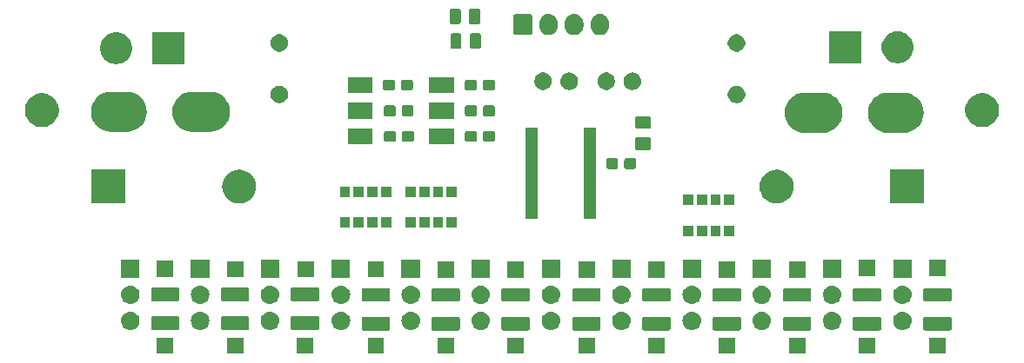
<source format=gbr>
G04 #@! TF.GenerationSoftware,KiCad,Pcbnew,(5.1.2)-2*
G04 #@! TF.CreationDate,2019-10-27T19:51:02+01:00*
G04 #@! TF.ProjectId,Servo_PCB,53657276-6f5f-4504-9342-2e6b69636164,rev?*
G04 #@! TF.SameCoordinates,Original*
G04 #@! TF.FileFunction,Soldermask,Top*
G04 #@! TF.FilePolarity,Negative*
%FSLAX46Y46*%
G04 Gerber Fmt 4.6, Leading zero omitted, Abs format (unit mm)*
G04 Created by KiCad (PCBNEW (5.1.2)-2) date 2019-10-27 19:51:02*
%MOMM*%
%LPD*%
G04 APERTURE LIST*
%ADD10C,0.100000*%
G04 APERTURE END LIST*
D10*
G36*
X142051000Y-95801000D02*
G01*
X140449000Y-95801000D01*
X140449000Y-94199000D01*
X142051000Y-94199000D01*
X142051000Y-95801000D01*
X142051000Y-95801000D01*
G37*
G36*
X135201000Y-95801000D02*
G01*
X133599000Y-95801000D01*
X133599000Y-94199000D01*
X135201000Y-94199000D01*
X135201000Y-95801000D01*
X135201000Y-95801000D01*
G37*
G36*
X66901000Y-95801000D02*
G01*
X65299000Y-95801000D01*
X65299000Y-94199000D01*
X66901000Y-94199000D01*
X66901000Y-95801000D01*
X66901000Y-95801000D01*
G37*
G36*
X73701000Y-95801000D02*
G01*
X72099000Y-95801000D01*
X72099000Y-94199000D01*
X73701000Y-94199000D01*
X73701000Y-95801000D01*
X73701000Y-95801000D01*
G37*
G36*
X80501000Y-95801000D02*
G01*
X78899000Y-95801000D01*
X78899000Y-94199000D01*
X80501000Y-94199000D01*
X80501000Y-95801000D01*
X80501000Y-95801000D01*
G37*
G36*
X94201000Y-95801000D02*
G01*
X92599000Y-95801000D01*
X92599000Y-94199000D01*
X94201000Y-94199000D01*
X94201000Y-95801000D01*
X94201000Y-95801000D01*
G37*
G36*
X87401000Y-95801000D02*
G01*
X85799000Y-95801000D01*
X85799000Y-94199000D01*
X87401000Y-94199000D01*
X87401000Y-95801000D01*
X87401000Y-95801000D01*
G37*
G36*
X107901000Y-95801000D02*
G01*
X106299000Y-95801000D01*
X106299000Y-94199000D01*
X107901000Y-94199000D01*
X107901000Y-95801000D01*
X107901000Y-95801000D01*
G37*
G36*
X114701000Y-95801000D02*
G01*
X113099000Y-95801000D01*
X113099000Y-94199000D01*
X114701000Y-94199000D01*
X114701000Y-95801000D01*
X114701000Y-95801000D01*
G37*
G36*
X121551000Y-95801000D02*
G01*
X119949000Y-95801000D01*
X119949000Y-94199000D01*
X121551000Y-94199000D01*
X121551000Y-95801000D01*
X121551000Y-95801000D01*
G37*
G36*
X128401000Y-95801000D02*
G01*
X126799000Y-95801000D01*
X126799000Y-94199000D01*
X128401000Y-94199000D01*
X128401000Y-95801000D01*
X128401000Y-95801000D01*
G37*
G36*
X101001000Y-95801000D02*
G01*
X99399000Y-95801000D01*
X99399000Y-94199000D01*
X101001000Y-94199000D01*
X101001000Y-95801000D01*
X101001000Y-95801000D01*
G37*
G36*
X115118604Y-92178347D02*
G01*
X115155144Y-92189432D01*
X115188821Y-92207433D01*
X115218341Y-92231659D01*
X115242567Y-92261179D01*
X115260568Y-92294856D01*
X115271653Y-92331396D01*
X115276000Y-92375538D01*
X115276000Y-93324462D01*
X115271653Y-93368604D01*
X115260568Y-93405144D01*
X115242567Y-93438821D01*
X115218341Y-93468341D01*
X115188821Y-93492567D01*
X115155144Y-93510568D01*
X115118604Y-93521653D01*
X115074462Y-93526000D01*
X112725538Y-93526000D01*
X112681396Y-93521653D01*
X112644856Y-93510568D01*
X112611179Y-93492567D01*
X112581659Y-93468341D01*
X112557433Y-93438821D01*
X112539432Y-93405144D01*
X112528347Y-93368604D01*
X112524000Y-93324462D01*
X112524000Y-92375538D01*
X112528347Y-92331396D01*
X112539432Y-92294856D01*
X112557433Y-92261179D01*
X112581659Y-92231659D01*
X112611179Y-92207433D01*
X112644856Y-92189432D01*
X112681396Y-92178347D01*
X112725538Y-92174000D01*
X115074462Y-92174000D01*
X115118604Y-92178347D01*
X115118604Y-92178347D01*
G37*
G36*
X142468604Y-92178347D02*
G01*
X142505144Y-92189432D01*
X142538821Y-92207433D01*
X142568341Y-92231659D01*
X142592567Y-92261179D01*
X142610568Y-92294856D01*
X142621653Y-92331396D01*
X142626000Y-92375538D01*
X142626000Y-93324462D01*
X142621653Y-93368604D01*
X142610568Y-93405144D01*
X142592567Y-93438821D01*
X142568341Y-93468341D01*
X142538821Y-93492567D01*
X142505144Y-93510568D01*
X142468604Y-93521653D01*
X142424462Y-93526000D01*
X140075538Y-93526000D01*
X140031396Y-93521653D01*
X139994856Y-93510568D01*
X139961179Y-93492567D01*
X139931659Y-93468341D01*
X139907433Y-93438821D01*
X139889432Y-93405144D01*
X139878347Y-93368604D01*
X139874000Y-93324462D01*
X139874000Y-92375538D01*
X139878347Y-92331396D01*
X139889432Y-92294856D01*
X139907433Y-92261179D01*
X139931659Y-92231659D01*
X139961179Y-92207433D01*
X139994856Y-92189432D01*
X140031396Y-92178347D01*
X140075538Y-92174000D01*
X142424462Y-92174000D01*
X142468604Y-92178347D01*
X142468604Y-92178347D01*
G37*
G36*
X135618604Y-92178347D02*
G01*
X135655144Y-92189432D01*
X135688821Y-92207433D01*
X135718341Y-92231659D01*
X135742567Y-92261179D01*
X135760568Y-92294856D01*
X135771653Y-92331396D01*
X135776000Y-92375538D01*
X135776000Y-93324462D01*
X135771653Y-93368604D01*
X135760568Y-93405144D01*
X135742567Y-93438821D01*
X135718341Y-93468341D01*
X135688821Y-93492567D01*
X135655144Y-93510568D01*
X135618604Y-93521653D01*
X135574462Y-93526000D01*
X133225538Y-93526000D01*
X133181396Y-93521653D01*
X133144856Y-93510568D01*
X133111179Y-93492567D01*
X133081659Y-93468341D01*
X133057433Y-93438821D01*
X133039432Y-93405144D01*
X133028347Y-93368604D01*
X133024000Y-93324462D01*
X133024000Y-92375538D01*
X133028347Y-92331396D01*
X133039432Y-92294856D01*
X133057433Y-92261179D01*
X133081659Y-92231659D01*
X133111179Y-92207433D01*
X133144856Y-92189432D01*
X133181396Y-92178347D01*
X133225538Y-92174000D01*
X135574462Y-92174000D01*
X135618604Y-92178347D01*
X135618604Y-92178347D01*
G37*
G36*
X128818604Y-92178347D02*
G01*
X128855144Y-92189432D01*
X128888821Y-92207433D01*
X128918341Y-92231659D01*
X128942567Y-92261179D01*
X128960568Y-92294856D01*
X128971653Y-92331396D01*
X128976000Y-92375538D01*
X128976000Y-93324462D01*
X128971653Y-93368604D01*
X128960568Y-93405144D01*
X128942567Y-93438821D01*
X128918341Y-93468341D01*
X128888821Y-93492567D01*
X128855144Y-93510568D01*
X128818604Y-93521653D01*
X128774462Y-93526000D01*
X126425538Y-93526000D01*
X126381396Y-93521653D01*
X126344856Y-93510568D01*
X126311179Y-93492567D01*
X126281659Y-93468341D01*
X126257433Y-93438821D01*
X126239432Y-93405144D01*
X126228347Y-93368604D01*
X126224000Y-93324462D01*
X126224000Y-92375538D01*
X126228347Y-92331396D01*
X126239432Y-92294856D01*
X126257433Y-92261179D01*
X126281659Y-92231659D01*
X126311179Y-92207433D01*
X126344856Y-92189432D01*
X126381396Y-92178347D01*
X126425538Y-92174000D01*
X128774462Y-92174000D01*
X128818604Y-92178347D01*
X128818604Y-92178347D01*
G37*
G36*
X108318604Y-92178347D02*
G01*
X108355144Y-92189432D01*
X108388821Y-92207433D01*
X108418341Y-92231659D01*
X108442567Y-92261179D01*
X108460568Y-92294856D01*
X108471653Y-92331396D01*
X108476000Y-92375538D01*
X108476000Y-93324462D01*
X108471653Y-93368604D01*
X108460568Y-93405144D01*
X108442567Y-93438821D01*
X108418341Y-93468341D01*
X108388821Y-93492567D01*
X108355144Y-93510568D01*
X108318604Y-93521653D01*
X108274462Y-93526000D01*
X105925538Y-93526000D01*
X105881396Y-93521653D01*
X105844856Y-93510568D01*
X105811179Y-93492567D01*
X105781659Y-93468341D01*
X105757433Y-93438821D01*
X105739432Y-93405144D01*
X105728347Y-93368604D01*
X105724000Y-93324462D01*
X105724000Y-92375538D01*
X105728347Y-92331396D01*
X105739432Y-92294856D01*
X105757433Y-92261179D01*
X105781659Y-92231659D01*
X105811179Y-92207433D01*
X105844856Y-92189432D01*
X105881396Y-92178347D01*
X105925538Y-92174000D01*
X108274462Y-92174000D01*
X108318604Y-92178347D01*
X108318604Y-92178347D01*
G37*
G36*
X101418604Y-92178347D02*
G01*
X101455144Y-92189432D01*
X101488821Y-92207433D01*
X101518341Y-92231659D01*
X101542567Y-92261179D01*
X101560568Y-92294856D01*
X101571653Y-92331396D01*
X101576000Y-92375538D01*
X101576000Y-93324462D01*
X101571653Y-93368604D01*
X101560568Y-93405144D01*
X101542567Y-93438821D01*
X101518341Y-93468341D01*
X101488821Y-93492567D01*
X101455144Y-93510568D01*
X101418604Y-93521653D01*
X101374462Y-93526000D01*
X99025538Y-93526000D01*
X98981396Y-93521653D01*
X98944856Y-93510568D01*
X98911179Y-93492567D01*
X98881659Y-93468341D01*
X98857433Y-93438821D01*
X98839432Y-93405144D01*
X98828347Y-93368604D01*
X98824000Y-93324462D01*
X98824000Y-92375538D01*
X98828347Y-92331396D01*
X98839432Y-92294856D01*
X98857433Y-92261179D01*
X98881659Y-92231659D01*
X98911179Y-92207433D01*
X98944856Y-92189432D01*
X98981396Y-92178347D01*
X99025538Y-92174000D01*
X101374462Y-92174000D01*
X101418604Y-92178347D01*
X101418604Y-92178347D01*
G37*
G36*
X94618604Y-92178347D02*
G01*
X94655144Y-92189432D01*
X94688821Y-92207433D01*
X94718341Y-92231659D01*
X94742567Y-92261179D01*
X94760568Y-92294856D01*
X94771653Y-92331396D01*
X94776000Y-92375538D01*
X94776000Y-93324462D01*
X94771653Y-93368604D01*
X94760568Y-93405144D01*
X94742567Y-93438821D01*
X94718341Y-93468341D01*
X94688821Y-93492567D01*
X94655144Y-93510568D01*
X94618604Y-93521653D01*
X94574462Y-93526000D01*
X92225538Y-93526000D01*
X92181396Y-93521653D01*
X92144856Y-93510568D01*
X92111179Y-93492567D01*
X92081659Y-93468341D01*
X92057433Y-93438821D01*
X92039432Y-93405144D01*
X92028347Y-93368604D01*
X92024000Y-93324462D01*
X92024000Y-92375538D01*
X92028347Y-92331396D01*
X92039432Y-92294856D01*
X92057433Y-92261179D01*
X92081659Y-92231659D01*
X92111179Y-92207433D01*
X92144856Y-92189432D01*
X92181396Y-92178347D01*
X92225538Y-92174000D01*
X94574462Y-92174000D01*
X94618604Y-92178347D01*
X94618604Y-92178347D01*
G37*
G36*
X121968604Y-92178347D02*
G01*
X122005144Y-92189432D01*
X122038821Y-92207433D01*
X122068341Y-92231659D01*
X122092567Y-92261179D01*
X122110568Y-92294856D01*
X122121653Y-92331396D01*
X122126000Y-92375538D01*
X122126000Y-93324462D01*
X122121653Y-93368604D01*
X122110568Y-93405144D01*
X122092567Y-93438821D01*
X122068341Y-93468341D01*
X122038821Y-93492567D01*
X122005144Y-93510568D01*
X121968604Y-93521653D01*
X121924462Y-93526000D01*
X119575538Y-93526000D01*
X119531396Y-93521653D01*
X119494856Y-93510568D01*
X119461179Y-93492567D01*
X119431659Y-93468341D01*
X119407433Y-93438821D01*
X119389432Y-93405144D01*
X119378347Y-93368604D01*
X119374000Y-93324462D01*
X119374000Y-92375538D01*
X119378347Y-92331396D01*
X119389432Y-92294856D01*
X119407433Y-92261179D01*
X119431659Y-92231659D01*
X119461179Y-92207433D01*
X119494856Y-92189432D01*
X119531396Y-92178347D01*
X119575538Y-92174000D01*
X121924462Y-92174000D01*
X121968604Y-92178347D01*
X121968604Y-92178347D01*
G37*
G36*
X87818604Y-92178347D02*
G01*
X87855144Y-92189432D01*
X87888821Y-92207433D01*
X87918341Y-92231659D01*
X87942567Y-92261179D01*
X87960568Y-92294856D01*
X87971653Y-92331396D01*
X87976000Y-92375538D01*
X87976000Y-93324462D01*
X87971653Y-93368604D01*
X87960568Y-93405144D01*
X87942567Y-93438821D01*
X87918341Y-93468341D01*
X87888821Y-93492567D01*
X87855144Y-93510568D01*
X87818604Y-93521653D01*
X87774462Y-93526000D01*
X85425538Y-93526000D01*
X85381396Y-93521653D01*
X85344856Y-93510568D01*
X85311179Y-93492567D01*
X85281659Y-93468341D01*
X85257433Y-93438821D01*
X85239432Y-93405144D01*
X85228347Y-93368604D01*
X85224000Y-93324462D01*
X85224000Y-92375538D01*
X85228347Y-92331396D01*
X85239432Y-92294856D01*
X85257433Y-92261179D01*
X85281659Y-92231659D01*
X85311179Y-92207433D01*
X85344856Y-92189432D01*
X85381396Y-92178347D01*
X85425538Y-92174000D01*
X87774462Y-92174000D01*
X87818604Y-92178347D01*
X87818604Y-92178347D01*
G37*
G36*
X69610443Y-91685519D02*
G01*
X69676627Y-91692037D01*
X69846466Y-91743557D01*
X70002991Y-91827222D01*
X70038729Y-91856552D01*
X70140186Y-91939814D01*
X70223448Y-92041271D01*
X70252778Y-92077009D01*
X70336443Y-92233534D01*
X70387963Y-92403373D01*
X70405359Y-92580000D01*
X70387963Y-92756627D01*
X70336443Y-92926466D01*
X70252778Y-93082991D01*
X70223448Y-93118729D01*
X70140186Y-93220186D01*
X70038729Y-93303448D01*
X70002991Y-93332778D01*
X69935966Y-93368604D01*
X69883212Y-93396802D01*
X69846466Y-93416443D01*
X69676627Y-93467963D01*
X69610442Y-93474482D01*
X69544260Y-93481000D01*
X69455740Y-93481000D01*
X69389558Y-93474482D01*
X69323373Y-93467963D01*
X69153534Y-93416443D01*
X69116789Y-93396802D01*
X69064034Y-93368604D01*
X68997009Y-93332778D01*
X68961271Y-93303448D01*
X68859814Y-93220186D01*
X68776552Y-93118729D01*
X68747222Y-93082991D01*
X68663557Y-92926466D01*
X68612037Y-92756627D01*
X68594641Y-92580000D01*
X68612037Y-92403373D01*
X68663557Y-92233534D01*
X68747222Y-92077009D01*
X68776552Y-92041271D01*
X68859814Y-91939814D01*
X68961271Y-91856552D01*
X68997009Y-91827222D01*
X69153534Y-91743557D01*
X69323373Y-91692037D01*
X69389557Y-91685519D01*
X69455740Y-91679000D01*
X69544260Y-91679000D01*
X69610443Y-91685519D01*
X69610443Y-91685519D01*
G37*
G36*
X137960443Y-91685519D02*
G01*
X138026627Y-91692037D01*
X138196466Y-91743557D01*
X138352991Y-91827222D01*
X138388729Y-91856552D01*
X138490186Y-91939814D01*
X138573448Y-92041271D01*
X138602778Y-92077009D01*
X138686443Y-92233534D01*
X138737963Y-92403373D01*
X138755359Y-92580000D01*
X138737963Y-92756627D01*
X138686443Y-92926466D01*
X138602778Y-93082991D01*
X138573448Y-93118729D01*
X138490186Y-93220186D01*
X138388729Y-93303448D01*
X138352991Y-93332778D01*
X138285966Y-93368604D01*
X138233212Y-93396802D01*
X138196466Y-93416443D01*
X138026627Y-93467963D01*
X137960442Y-93474482D01*
X137894260Y-93481000D01*
X137805740Y-93481000D01*
X137739558Y-93474482D01*
X137673373Y-93467963D01*
X137503534Y-93416443D01*
X137466789Y-93396802D01*
X137414034Y-93368604D01*
X137347009Y-93332778D01*
X137311271Y-93303448D01*
X137209814Y-93220186D01*
X137126552Y-93118729D01*
X137097222Y-93082991D01*
X137013557Y-92926466D01*
X136962037Y-92756627D01*
X136944641Y-92580000D01*
X136962037Y-92403373D01*
X137013557Y-92233534D01*
X137097222Y-92077009D01*
X137126552Y-92041271D01*
X137209814Y-91939814D01*
X137311271Y-91856552D01*
X137347009Y-91827222D01*
X137503534Y-91743557D01*
X137673373Y-91692037D01*
X137739557Y-91685519D01*
X137805740Y-91679000D01*
X137894260Y-91679000D01*
X137960443Y-91685519D01*
X137960443Y-91685519D01*
G37*
G36*
X131110443Y-91685519D02*
G01*
X131176627Y-91692037D01*
X131346466Y-91743557D01*
X131502991Y-91827222D01*
X131538729Y-91856552D01*
X131640186Y-91939814D01*
X131723448Y-92041271D01*
X131752778Y-92077009D01*
X131836443Y-92233534D01*
X131887963Y-92403373D01*
X131905359Y-92580000D01*
X131887963Y-92756627D01*
X131836443Y-92926466D01*
X131752778Y-93082991D01*
X131723448Y-93118729D01*
X131640186Y-93220186D01*
X131538729Y-93303448D01*
X131502991Y-93332778D01*
X131435966Y-93368604D01*
X131383212Y-93396802D01*
X131346466Y-93416443D01*
X131176627Y-93467963D01*
X131110442Y-93474482D01*
X131044260Y-93481000D01*
X130955740Y-93481000D01*
X130889558Y-93474482D01*
X130823373Y-93467963D01*
X130653534Y-93416443D01*
X130616789Y-93396802D01*
X130564034Y-93368604D01*
X130497009Y-93332778D01*
X130461271Y-93303448D01*
X130359814Y-93220186D01*
X130276552Y-93118729D01*
X130247222Y-93082991D01*
X130163557Y-92926466D01*
X130112037Y-92756627D01*
X130094641Y-92580000D01*
X130112037Y-92403373D01*
X130163557Y-92233534D01*
X130247222Y-92077009D01*
X130276552Y-92041271D01*
X130359814Y-91939814D01*
X130461271Y-91856552D01*
X130497009Y-91827222D01*
X130653534Y-91743557D01*
X130823373Y-91692037D01*
X130889557Y-91685519D01*
X130955740Y-91679000D01*
X131044260Y-91679000D01*
X131110443Y-91685519D01*
X131110443Y-91685519D01*
G37*
G36*
X124260443Y-91685519D02*
G01*
X124326627Y-91692037D01*
X124496466Y-91743557D01*
X124652991Y-91827222D01*
X124688729Y-91856552D01*
X124790186Y-91939814D01*
X124873448Y-92041271D01*
X124902778Y-92077009D01*
X124986443Y-92233534D01*
X125037963Y-92403373D01*
X125055359Y-92580000D01*
X125037963Y-92756627D01*
X124986443Y-92926466D01*
X124902778Y-93082991D01*
X124873448Y-93118729D01*
X124790186Y-93220186D01*
X124688729Y-93303448D01*
X124652991Y-93332778D01*
X124585966Y-93368604D01*
X124533212Y-93396802D01*
X124496466Y-93416443D01*
X124326627Y-93467963D01*
X124260442Y-93474482D01*
X124194260Y-93481000D01*
X124105740Y-93481000D01*
X124039558Y-93474482D01*
X123973373Y-93467963D01*
X123803534Y-93416443D01*
X123766789Y-93396802D01*
X123714034Y-93368604D01*
X123647009Y-93332778D01*
X123611271Y-93303448D01*
X123509814Y-93220186D01*
X123426552Y-93118729D01*
X123397222Y-93082991D01*
X123313557Y-92926466D01*
X123262037Y-92756627D01*
X123244641Y-92580000D01*
X123262037Y-92403373D01*
X123313557Y-92233534D01*
X123397222Y-92077009D01*
X123426552Y-92041271D01*
X123509814Y-91939814D01*
X123611271Y-91856552D01*
X123647009Y-91827222D01*
X123803534Y-91743557D01*
X123973373Y-91692037D01*
X124039557Y-91685519D01*
X124105740Y-91679000D01*
X124194260Y-91679000D01*
X124260443Y-91685519D01*
X124260443Y-91685519D01*
G37*
G36*
X117460443Y-91685519D02*
G01*
X117526627Y-91692037D01*
X117696466Y-91743557D01*
X117852991Y-91827222D01*
X117888729Y-91856552D01*
X117990186Y-91939814D01*
X118073448Y-92041271D01*
X118102778Y-92077009D01*
X118186443Y-92233534D01*
X118237963Y-92403373D01*
X118255359Y-92580000D01*
X118237963Y-92756627D01*
X118186443Y-92926466D01*
X118102778Y-93082991D01*
X118073448Y-93118729D01*
X117990186Y-93220186D01*
X117888729Y-93303448D01*
X117852991Y-93332778D01*
X117785966Y-93368604D01*
X117733212Y-93396802D01*
X117696466Y-93416443D01*
X117526627Y-93467963D01*
X117460442Y-93474482D01*
X117394260Y-93481000D01*
X117305740Y-93481000D01*
X117239558Y-93474482D01*
X117173373Y-93467963D01*
X117003534Y-93416443D01*
X116966789Y-93396802D01*
X116914034Y-93368604D01*
X116847009Y-93332778D01*
X116811271Y-93303448D01*
X116709814Y-93220186D01*
X116626552Y-93118729D01*
X116597222Y-93082991D01*
X116513557Y-92926466D01*
X116462037Y-92756627D01*
X116444641Y-92580000D01*
X116462037Y-92403373D01*
X116513557Y-92233534D01*
X116597222Y-92077009D01*
X116626552Y-92041271D01*
X116709814Y-91939814D01*
X116811271Y-91856552D01*
X116847009Y-91827222D01*
X117003534Y-91743557D01*
X117173373Y-91692037D01*
X117239557Y-91685519D01*
X117305740Y-91679000D01*
X117394260Y-91679000D01*
X117460443Y-91685519D01*
X117460443Y-91685519D01*
G37*
G36*
X110610443Y-91685519D02*
G01*
X110676627Y-91692037D01*
X110846466Y-91743557D01*
X111002991Y-91827222D01*
X111038729Y-91856552D01*
X111140186Y-91939814D01*
X111223448Y-92041271D01*
X111252778Y-92077009D01*
X111336443Y-92233534D01*
X111387963Y-92403373D01*
X111405359Y-92580000D01*
X111387963Y-92756627D01*
X111336443Y-92926466D01*
X111252778Y-93082991D01*
X111223448Y-93118729D01*
X111140186Y-93220186D01*
X111038729Y-93303448D01*
X111002991Y-93332778D01*
X110935966Y-93368604D01*
X110883212Y-93396802D01*
X110846466Y-93416443D01*
X110676627Y-93467963D01*
X110610442Y-93474482D01*
X110544260Y-93481000D01*
X110455740Y-93481000D01*
X110389558Y-93474482D01*
X110323373Y-93467963D01*
X110153534Y-93416443D01*
X110116789Y-93396802D01*
X110064034Y-93368604D01*
X109997009Y-93332778D01*
X109961271Y-93303448D01*
X109859814Y-93220186D01*
X109776552Y-93118729D01*
X109747222Y-93082991D01*
X109663557Y-92926466D01*
X109612037Y-92756627D01*
X109594641Y-92580000D01*
X109612037Y-92403373D01*
X109663557Y-92233534D01*
X109747222Y-92077009D01*
X109776552Y-92041271D01*
X109859814Y-91939814D01*
X109961271Y-91856552D01*
X109997009Y-91827222D01*
X110153534Y-91743557D01*
X110323373Y-91692037D01*
X110389557Y-91685519D01*
X110455740Y-91679000D01*
X110544260Y-91679000D01*
X110610443Y-91685519D01*
X110610443Y-91685519D01*
G37*
G36*
X62810443Y-91685519D02*
G01*
X62876627Y-91692037D01*
X63046466Y-91743557D01*
X63202991Y-91827222D01*
X63238729Y-91856552D01*
X63340186Y-91939814D01*
X63423448Y-92041271D01*
X63452778Y-92077009D01*
X63536443Y-92233534D01*
X63587963Y-92403373D01*
X63605359Y-92580000D01*
X63587963Y-92756627D01*
X63536443Y-92926466D01*
X63452778Y-93082991D01*
X63423448Y-93118729D01*
X63340186Y-93220186D01*
X63238729Y-93303448D01*
X63202991Y-93332778D01*
X63135966Y-93368604D01*
X63083212Y-93396802D01*
X63046466Y-93416443D01*
X62876627Y-93467963D01*
X62810442Y-93474482D01*
X62744260Y-93481000D01*
X62655740Y-93481000D01*
X62589558Y-93474482D01*
X62523373Y-93467963D01*
X62353534Y-93416443D01*
X62316789Y-93396802D01*
X62264034Y-93368604D01*
X62197009Y-93332778D01*
X62161271Y-93303448D01*
X62059814Y-93220186D01*
X61976552Y-93118729D01*
X61947222Y-93082991D01*
X61863557Y-92926466D01*
X61812037Y-92756627D01*
X61794641Y-92580000D01*
X61812037Y-92403373D01*
X61863557Y-92233534D01*
X61947222Y-92077009D01*
X61976552Y-92041271D01*
X62059814Y-91939814D01*
X62161271Y-91856552D01*
X62197009Y-91827222D01*
X62353534Y-91743557D01*
X62523373Y-91692037D01*
X62589557Y-91685519D01*
X62655740Y-91679000D01*
X62744260Y-91679000D01*
X62810443Y-91685519D01*
X62810443Y-91685519D01*
G37*
G36*
X90110443Y-91685519D02*
G01*
X90176627Y-91692037D01*
X90346466Y-91743557D01*
X90502991Y-91827222D01*
X90538729Y-91856552D01*
X90640186Y-91939814D01*
X90723448Y-92041271D01*
X90752778Y-92077009D01*
X90836443Y-92233534D01*
X90887963Y-92403373D01*
X90905359Y-92580000D01*
X90887963Y-92756627D01*
X90836443Y-92926466D01*
X90752778Y-93082991D01*
X90723448Y-93118729D01*
X90640186Y-93220186D01*
X90538729Y-93303448D01*
X90502991Y-93332778D01*
X90435966Y-93368604D01*
X90383212Y-93396802D01*
X90346466Y-93416443D01*
X90176627Y-93467963D01*
X90110442Y-93474482D01*
X90044260Y-93481000D01*
X89955740Y-93481000D01*
X89889558Y-93474482D01*
X89823373Y-93467963D01*
X89653534Y-93416443D01*
X89616789Y-93396802D01*
X89564034Y-93368604D01*
X89497009Y-93332778D01*
X89461271Y-93303448D01*
X89359814Y-93220186D01*
X89276552Y-93118729D01*
X89247222Y-93082991D01*
X89163557Y-92926466D01*
X89112037Y-92756627D01*
X89094641Y-92580000D01*
X89112037Y-92403373D01*
X89163557Y-92233534D01*
X89247222Y-92077009D01*
X89276552Y-92041271D01*
X89359814Y-91939814D01*
X89461271Y-91856552D01*
X89497009Y-91827222D01*
X89653534Y-91743557D01*
X89823373Y-91692037D01*
X89889557Y-91685519D01*
X89955740Y-91679000D01*
X90044260Y-91679000D01*
X90110443Y-91685519D01*
X90110443Y-91685519D01*
G37*
G36*
X96910443Y-91685519D02*
G01*
X96976627Y-91692037D01*
X97146466Y-91743557D01*
X97302991Y-91827222D01*
X97338729Y-91856552D01*
X97440186Y-91939814D01*
X97523448Y-92041271D01*
X97552778Y-92077009D01*
X97636443Y-92233534D01*
X97687963Y-92403373D01*
X97705359Y-92580000D01*
X97687963Y-92756627D01*
X97636443Y-92926466D01*
X97552778Y-93082991D01*
X97523448Y-93118729D01*
X97440186Y-93220186D01*
X97338729Y-93303448D01*
X97302991Y-93332778D01*
X97235966Y-93368604D01*
X97183212Y-93396802D01*
X97146466Y-93416443D01*
X96976627Y-93467963D01*
X96910442Y-93474482D01*
X96844260Y-93481000D01*
X96755740Y-93481000D01*
X96689558Y-93474482D01*
X96623373Y-93467963D01*
X96453534Y-93416443D01*
X96416789Y-93396802D01*
X96364034Y-93368604D01*
X96297009Y-93332778D01*
X96261271Y-93303448D01*
X96159814Y-93220186D01*
X96076552Y-93118729D01*
X96047222Y-93082991D01*
X95963557Y-92926466D01*
X95912037Y-92756627D01*
X95894641Y-92580000D01*
X95912037Y-92403373D01*
X95963557Y-92233534D01*
X96047222Y-92077009D01*
X96076552Y-92041271D01*
X96159814Y-91939814D01*
X96261271Y-91856552D01*
X96297009Y-91827222D01*
X96453534Y-91743557D01*
X96623373Y-91692037D01*
X96689557Y-91685519D01*
X96755740Y-91679000D01*
X96844260Y-91679000D01*
X96910443Y-91685519D01*
X96910443Y-91685519D01*
G37*
G36*
X103760443Y-91685519D02*
G01*
X103826627Y-91692037D01*
X103996466Y-91743557D01*
X104152991Y-91827222D01*
X104188729Y-91856552D01*
X104290186Y-91939814D01*
X104373448Y-92041271D01*
X104402778Y-92077009D01*
X104486443Y-92233534D01*
X104537963Y-92403373D01*
X104555359Y-92580000D01*
X104537963Y-92756627D01*
X104486443Y-92926466D01*
X104402778Y-93082991D01*
X104373448Y-93118729D01*
X104290186Y-93220186D01*
X104188729Y-93303448D01*
X104152991Y-93332778D01*
X104085966Y-93368604D01*
X104033212Y-93396802D01*
X103996466Y-93416443D01*
X103826627Y-93467963D01*
X103760442Y-93474482D01*
X103694260Y-93481000D01*
X103605740Y-93481000D01*
X103539558Y-93474482D01*
X103473373Y-93467963D01*
X103303534Y-93416443D01*
X103266789Y-93396802D01*
X103214034Y-93368604D01*
X103147009Y-93332778D01*
X103111271Y-93303448D01*
X103009814Y-93220186D01*
X102926552Y-93118729D01*
X102897222Y-93082991D01*
X102813557Y-92926466D01*
X102762037Y-92756627D01*
X102744641Y-92580000D01*
X102762037Y-92403373D01*
X102813557Y-92233534D01*
X102897222Y-92077009D01*
X102926552Y-92041271D01*
X103009814Y-91939814D01*
X103111271Y-91856552D01*
X103147009Y-91827222D01*
X103303534Y-91743557D01*
X103473373Y-91692037D01*
X103539557Y-91685519D01*
X103605740Y-91679000D01*
X103694260Y-91679000D01*
X103760443Y-91685519D01*
X103760443Y-91685519D01*
G37*
G36*
X83310443Y-91685519D02*
G01*
X83376627Y-91692037D01*
X83546466Y-91743557D01*
X83702991Y-91827222D01*
X83738729Y-91856552D01*
X83840186Y-91939814D01*
X83923448Y-92041271D01*
X83952778Y-92077009D01*
X84036443Y-92233534D01*
X84087963Y-92403373D01*
X84105359Y-92580000D01*
X84087963Y-92756627D01*
X84036443Y-92926466D01*
X83952778Y-93082991D01*
X83923448Y-93118729D01*
X83840186Y-93220186D01*
X83738729Y-93303448D01*
X83702991Y-93332778D01*
X83635966Y-93368604D01*
X83583212Y-93396802D01*
X83546466Y-93416443D01*
X83376627Y-93467963D01*
X83310442Y-93474482D01*
X83244260Y-93481000D01*
X83155740Y-93481000D01*
X83089558Y-93474482D01*
X83023373Y-93467963D01*
X82853534Y-93416443D01*
X82816789Y-93396802D01*
X82764034Y-93368604D01*
X82697009Y-93332778D01*
X82661271Y-93303448D01*
X82559814Y-93220186D01*
X82476552Y-93118729D01*
X82447222Y-93082991D01*
X82363557Y-92926466D01*
X82312037Y-92756627D01*
X82294641Y-92580000D01*
X82312037Y-92403373D01*
X82363557Y-92233534D01*
X82447222Y-92077009D01*
X82476552Y-92041271D01*
X82559814Y-91939814D01*
X82661271Y-91856552D01*
X82697009Y-91827222D01*
X82853534Y-91743557D01*
X83023373Y-91692037D01*
X83089557Y-91685519D01*
X83155740Y-91679000D01*
X83244260Y-91679000D01*
X83310443Y-91685519D01*
X83310443Y-91685519D01*
G37*
G36*
X76410443Y-91685519D02*
G01*
X76476627Y-91692037D01*
X76646466Y-91743557D01*
X76802991Y-91827222D01*
X76838729Y-91856552D01*
X76940186Y-91939814D01*
X77023448Y-92041271D01*
X77052778Y-92077009D01*
X77136443Y-92233534D01*
X77187963Y-92403373D01*
X77205359Y-92580000D01*
X77187963Y-92756627D01*
X77136443Y-92926466D01*
X77052778Y-93082991D01*
X77023448Y-93118729D01*
X76940186Y-93220186D01*
X76838729Y-93303448D01*
X76802991Y-93332778D01*
X76735966Y-93368604D01*
X76683212Y-93396802D01*
X76646466Y-93416443D01*
X76476627Y-93467963D01*
X76410442Y-93474482D01*
X76344260Y-93481000D01*
X76255740Y-93481000D01*
X76189558Y-93474482D01*
X76123373Y-93467963D01*
X75953534Y-93416443D01*
X75916789Y-93396802D01*
X75864034Y-93368604D01*
X75797009Y-93332778D01*
X75761271Y-93303448D01*
X75659814Y-93220186D01*
X75576552Y-93118729D01*
X75547222Y-93082991D01*
X75463557Y-92926466D01*
X75412037Y-92756627D01*
X75394641Y-92580000D01*
X75412037Y-92403373D01*
X75463557Y-92233534D01*
X75547222Y-92077009D01*
X75576552Y-92041271D01*
X75659814Y-91939814D01*
X75761271Y-91856552D01*
X75797009Y-91827222D01*
X75953534Y-91743557D01*
X76123373Y-91692037D01*
X76189557Y-91685519D01*
X76255740Y-91679000D01*
X76344260Y-91679000D01*
X76410443Y-91685519D01*
X76410443Y-91685519D01*
G37*
G36*
X67318604Y-92128347D02*
G01*
X67355144Y-92139432D01*
X67388821Y-92157433D01*
X67418341Y-92181659D01*
X67442567Y-92211179D01*
X67460568Y-92244856D01*
X67471653Y-92281396D01*
X67476000Y-92325538D01*
X67476000Y-93274462D01*
X67471653Y-93318604D01*
X67460568Y-93355144D01*
X67442567Y-93388821D01*
X67418341Y-93418341D01*
X67388821Y-93442567D01*
X67355144Y-93460568D01*
X67318604Y-93471653D01*
X67274462Y-93476000D01*
X64925538Y-93476000D01*
X64881396Y-93471653D01*
X64844856Y-93460568D01*
X64811179Y-93442567D01*
X64781659Y-93418341D01*
X64757433Y-93388821D01*
X64739432Y-93355144D01*
X64728347Y-93318604D01*
X64724000Y-93274462D01*
X64724000Y-92325538D01*
X64728347Y-92281396D01*
X64739432Y-92244856D01*
X64757433Y-92211179D01*
X64781659Y-92181659D01*
X64811179Y-92157433D01*
X64844856Y-92139432D01*
X64881396Y-92128347D01*
X64925538Y-92124000D01*
X67274462Y-92124000D01*
X67318604Y-92128347D01*
X67318604Y-92128347D01*
G37*
G36*
X80918604Y-92128347D02*
G01*
X80955144Y-92139432D01*
X80988821Y-92157433D01*
X81018341Y-92181659D01*
X81042567Y-92211179D01*
X81060568Y-92244856D01*
X81071653Y-92281396D01*
X81076000Y-92325538D01*
X81076000Y-93274462D01*
X81071653Y-93318604D01*
X81060568Y-93355144D01*
X81042567Y-93388821D01*
X81018341Y-93418341D01*
X80988821Y-93442567D01*
X80955144Y-93460568D01*
X80918604Y-93471653D01*
X80874462Y-93476000D01*
X78525538Y-93476000D01*
X78481396Y-93471653D01*
X78444856Y-93460568D01*
X78411179Y-93442567D01*
X78381659Y-93418341D01*
X78357433Y-93388821D01*
X78339432Y-93355144D01*
X78328347Y-93318604D01*
X78324000Y-93274462D01*
X78324000Y-92325538D01*
X78328347Y-92281396D01*
X78339432Y-92244856D01*
X78357433Y-92211179D01*
X78381659Y-92181659D01*
X78411179Y-92157433D01*
X78444856Y-92139432D01*
X78481396Y-92128347D01*
X78525538Y-92124000D01*
X80874462Y-92124000D01*
X80918604Y-92128347D01*
X80918604Y-92128347D01*
G37*
G36*
X74118604Y-92128347D02*
G01*
X74155144Y-92139432D01*
X74188821Y-92157433D01*
X74218341Y-92181659D01*
X74242567Y-92211179D01*
X74260568Y-92244856D01*
X74271653Y-92281396D01*
X74276000Y-92325538D01*
X74276000Y-93274462D01*
X74271653Y-93318604D01*
X74260568Y-93355144D01*
X74242567Y-93388821D01*
X74218341Y-93418341D01*
X74188821Y-93442567D01*
X74155144Y-93460568D01*
X74118604Y-93471653D01*
X74074462Y-93476000D01*
X71725538Y-93476000D01*
X71681396Y-93471653D01*
X71644856Y-93460568D01*
X71611179Y-93442567D01*
X71581659Y-93418341D01*
X71557433Y-93388821D01*
X71539432Y-93355144D01*
X71528347Y-93318604D01*
X71524000Y-93274462D01*
X71524000Y-92325538D01*
X71528347Y-92281396D01*
X71539432Y-92244856D01*
X71557433Y-92211179D01*
X71581659Y-92181659D01*
X71611179Y-92157433D01*
X71644856Y-92139432D01*
X71681396Y-92128347D01*
X71725538Y-92124000D01*
X74074462Y-92124000D01*
X74118604Y-92128347D01*
X74118604Y-92128347D01*
G37*
G36*
X103760443Y-89145519D02*
G01*
X103826627Y-89152037D01*
X103996466Y-89203557D01*
X104152991Y-89287222D01*
X104188729Y-89316552D01*
X104290186Y-89399814D01*
X104364955Y-89490922D01*
X104402778Y-89537009D01*
X104486443Y-89693534D01*
X104537963Y-89863373D01*
X104555359Y-90040000D01*
X104537963Y-90216627D01*
X104486443Y-90386466D01*
X104402778Y-90542991D01*
X104381758Y-90568604D01*
X104290186Y-90680186D01*
X104188729Y-90763448D01*
X104152991Y-90792778D01*
X103996466Y-90876443D01*
X103826627Y-90927963D01*
X103760443Y-90934481D01*
X103694260Y-90941000D01*
X103605740Y-90941000D01*
X103539557Y-90934481D01*
X103473373Y-90927963D01*
X103303534Y-90876443D01*
X103147009Y-90792778D01*
X103111271Y-90763448D01*
X103009814Y-90680186D01*
X102918242Y-90568604D01*
X102897222Y-90542991D01*
X102813557Y-90386466D01*
X102762037Y-90216627D01*
X102744641Y-90040000D01*
X102762037Y-89863373D01*
X102813557Y-89693534D01*
X102897222Y-89537009D01*
X102935045Y-89490922D01*
X103009814Y-89399814D01*
X103111271Y-89316552D01*
X103147009Y-89287222D01*
X103303534Y-89203557D01*
X103473373Y-89152037D01*
X103539557Y-89145519D01*
X103605740Y-89139000D01*
X103694260Y-89139000D01*
X103760443Y-89145519D01*
X103760443Y-89145519D01*
G37*
G36*
X83310443Y-89145519D02*
G01*
X83376627Y-89152037D01*
X83546466Y-89203557D01*
X83702991Y-89287222D01*
X83738729Y-89316552D01*
X83840186Y-89399814D01*
X83914955Y-89490922D01*
X83952778Y-89537009D01*
X84036443Y-89693534D01*
X84087963Y-89863373D01*
X84105359Y-90040000D01*
X84087963Y-90216627D01*
X84036443Y-90386466D01*
X83952778Y-90542991D01*
X83931758Y-90568604D01*
X83840186Y-90680186D01*
X83738729Y-90763448D01*
X83702991Y-90792778D01*
X83546466Y-90876443D01*
X83376627Y-90927963D01*
X83310443Y-90934481D01*
X83244260Y-90941000D01*
X83155740Y-90941000D01*
X83089557Y-90934481D01*
X83023373Y-90927963D01*
X82853534Y-90876443D01*
X82697009Y-90792778D01*
X82661271Y-90763448D01*
X82559814Y-90680186D01*
X82468242Y-90568604D01*
X82447222Y-90542991D01*
X82363557Y-90386466D01*
X82312037Y-90216627D01*
X82294641Y-90040000D01*
X82312037Y-89863373D01*
X82363557Y-89693534D01*
X82447222Y-89537009D01*
X82485045Y-89490922D01*
X82559814Y-89399814D01*
X82661271Y-89316552D01*
X82697009Y-89287222D01*
X82853534Y-89203557D01*
X83023373Y-89152037D01*
X83089557Y-89145519D01*
X83155740Y-89139000D01*
X83244260Y-89139000D01*
X83310443Y-89145519D01*
X83310443Y-89145519D01*
G37*
G36*
X90110443Y-89145519D02*
G01*
X90176627Y-89152037D01*
X90346466Y-89203557D01*
X90502991Y-89287222D01*
X90538729Y-89316552D01*
X90640186Y-89399814D01*
X90714955Y-89490922D01*
X90752778Y-89537009D01*
X90836443Y-89693534D01*
X90887963Y-89863373D01*
X90905359Y-90040000D01*
X90887963Y-90216627D01*
X90836443Y-90386466D01*
X90752778Y-90542991D01*
X90731758Y-90568604D01*
X90640186Y-90680186D01*
X90538729Y-90763448D01*
X90502991Y-90792778D01*
X90346466Y-90876443D01*
X90176627Y-90927963D01*
X90110443Y-90934481D01*
X90044260Y-90941000D01*
X89955740Y-90941000D01*
X89889557Y-90934481D01*
X89823373Y-90927963D01*
X89653534Y-90876443D01*
X89497009Y-90792778D01*
X89461271Y-90763448D01*
X89359814Y-90680186D01*
X89268242Y-90568604D01*
X89247222Y-90542991D01*
X89163557Y-90386466D01*
X89112037Y-90216627D01*
X89094641Y-90040000D01*
X89112037Y-89863373D01*
X89163557Y-89693534D01*
X89247222Y-89537009D01*
X89285045Y-89490922D01*
X89359814Y-89399814D01*
X89461271Y-89316552D01*
X89497009Y-89287222D01*
X89653534Y-89203557D01*
X89823373Y-89152037D01*
X89889557Y-89145519D01*
X89955740Y-89139000D01*
X90044260Y-89139000D01*
X90110443Y-89145519D01*
X90110443Y-89145519D01*
G37*
G36*
X76410443Y-89145519D02*
G01*
X76476627Y-89152037D01*
X76646466Y-89203557D01*
X76802991Y-89287222D01*
X76838729Y-89316552D01*
X76940186Y-89399814D01*
X77014955Y-89490922D01*
X77052778Y-89537009D01*
X77136443Y-89693534D01*
X77187963Y-89863373D01*
X77205359Y-90040000D01*
X77187963Y-90216627D01*
X77136443Y-90386466D01*
X77052778Y-90542991D01*
X77031758Y-90568604D01*
X76940186Y-90680186D01*
X76838729Y-90763448D01*
X76802991Y-90792778D01*
X76646466Y-90876443D01*
X76476627Y-90927963D01*
X76410443Y-90934481D01*
X76344260Y-90941000D01*
X76255740Y-90941000D01*
X76189557Y-90934481D01*
X76123373Y-90927963D01*
X75953534Y-90876443D01*
X75797009Y-90792778D01*
X75761271Y-90763448D01*
X75659814Y-90680186D01*
X75568242Y-90568604D01*
X75547222Y-90542991D01*
X75463557Y-90386466D01*
X75412037Y-90216627D01*
X75394641Y-90040000D01*
X75412037Y-89863373D01*
X75463557Y-89693534D01*
X75547222Y-89537009D01*
X75585045Y-89490922D01*
X75659814Y-89399814D01*
X75761271Y-89316552D01*
X75797009Y-89287222D01*
X75953534Y-89203557D01*
X76123373Y-89152037D01*
X76189557Y-89145519D01*
X76255740Y-89139000D01*
X76344260Y-89139000D01*
X76410443Y-89145519D01*
X76410443Y-89145519D01*
G37*
G36*
X110610443Y-89145519D02*
G01*
X110676627Y-89152037D01*
X110846466Y-89203557D01*
X111002991Y-89287222D01*
X111038729Y-89316552D01*
X111140186Y-89399814D01*
X111214955Y-89490922D01*
X111252778Y-89537009D01*
X111336443Y-89693534D01*
X111387963Y-89863373D01*
X111405359Y-90040000D01*
X111387963Y-90216627D01*
X111336443Y-90386466D01*
X111252778Y-90542991D01*
X111231758Y-90568604D01*
X111140186Y-90680186D01*
X111038729Y-90763448D01*
X111002991Y-90792778D01*
X110846466Y-90876443D01*
X110676627Y-90927963D01*
X110610443Y-90934481D01*
X110544260Y-90941000D01*
X110455740Y-90941000D01*
X110389557Y-90934481D01*
X110323373Y-90927963D01*
X110153534Y-90876443D01*
X109997009Y-90792778D01*
X109961271Y-90763448D01*
X109859814Y-90680186D01*
X109768242Y-90568604D01*
X109747222Y-90542991D01*
X109663557Y-90386466D01*
X109612037Y-90216627D01*
X109594641Y-90040000D01*
X109612037Y-89863373D01*
X109663557Y-89693534D01*
X109747222Y-89537009D01*
X109785045Y-89490922D01*
X109859814Y-89399814D01*
X109961271Y-89316552D01*
X109997009Y-89287222D01*
X110153534Y-89203557D01*
X110323373Y-89152037D01*
X110389557Y-89145519D01*
X110455740Y-89139000D01*
X110544260Y-89139000D01*
X110610443Y-89145519D01*
X110610443Y-89145519D01*
G37*
G36*
X69610443Y-89145519D02*
G01*
X69676627Y-89152037D01*
X69846466Y-89203557D01*
X70002991Y-89287222D01*
X70038729Y-89316552D01*
X70140186Y-89399814D01*
X70214955Y-89490922D01*
X70252778Y-89537009D01*
X70336443Y-89693534D01*
X70387963Y-89863373D01*
X70405359Y-90040000D01*
X70387963Y-90216627D01*
X70336443Y-90386466D01*
X70252778Y-90542991D01*
X70231758Y-90568604D01*
X70140186Y-90680186D01*
X70038729Y-90763448D01*
X70002991Y-90792778D01*
X69846466Y-90876443D01*
X69676627Y-90927963D01*
X69610443Y-90934481D01*
X69544260Y-90941000D01*
X69455740Y-90941000D01*
X69389557Y-90934481D01*
X69323373Y-90927963D01*
X69153534Y-90876443D01*
X68997009Y-90792778D01*
X68961271Y-90763448D01*
X68859814Y-90680186D01*
X68768242Y-90568604D01*
X68747222Y-90542991D01*
X68663557Y-90386466D01*
X68612037Y-90216627D01*
X68594641Y-90040000D01*
X68612037Y-89863373D01*
X68663557Y-89693534D01*
X68747222Y-89537009D01*
X68785045Y-89490922D01*
X68859814Y-89399814D01*
X68961271Y-89316552D01*
X68997009Y-89287222D01*
X69153534Y-89203557D01*
X69323373Y-89152037D01*
X69389557Y-89145519D01*
X69455740Y-89139000D01*
X69544260Y-89139000D01*
X69610443Y-89145519D01*
X69610443Y-89145519D01*
G37*
G36*
X124260443Y-89145519D02*
G01*
X124326627Y-89152037D01*
X124496466Y-89203557D01*
X124652991Y-89287222D01*
X124688729Y-89316552D01*
X124790186Y-89399814D01*
X124864955Y-89490922D01*
X124902778Y-89537009D01*
X124986443Y-89693534D01*
X125037963Y-89863373D01*
X125055359Y-90040000D01*
X125037963Y-90216627D01*
X124986443Y-90386466D01*
X124902778Y-90542991D01*
X124881758Y-90568604D01*
X124790186Y-90680186D01*
X124688729Y-90763448D01*
X124652991Y-90792778D01*
X124496466Y-90876443D01*
X124326627Y-90927963D01*
X124260443Y-90934481D01*
X124194260Y-90941000D01*
X124105740Y-90941000D01*
X124039557Y-90934481D01*
X123973373Y-90927963D01*
X123803534Y-90876443D01*
X123647009Y-90792778D01*
X123611271Y-90763448D01*
X123509814Y-90680186D01*
X123418242Y-90568604D01*
X123397222Y-90542991D01*
X123313557Y-90386466D01*
X123262037Y-90216627D01*
X123244641Y-90040000D01*
X123262037Y-89863373D01*
X123313557Y-89693534D01*
X123397222Y-89537009D01*
X123435045Y-89490922D01*
X123509814Y-89399814D01*
X123611271Y-89316552D01*
X123647009Y-89287222D01*
X123803534Y-89203557D01*
X123973373Y-89152037D01*
X124039557Y-89145519D01*
X124105740Y-89139000D01*
X124194260Y-89139000D01*
X124260443Y-89145519D01*
X124260443Y-89145519D01*
G37*
G36*
X131110443Y-89145519D02*
G01*
X131176627Y-89152037D01*
X131346466Y-89203557D01*
X131502991Y-89287222D01*
X131538729Y-89316552D01*
X131640186Y-89399814D01*
X131714955Y-89490922D01*
X131752778Y-89537009D01*
X131836443Y-89693534D01*
X131887963Y-89863373D01*
X131905359Y-90040000D01*
X131887963Y-90216627D01*
X131836443Y-90386466D01*
X131752778Y-90542991D01*
X131731758Y-90568604D01*
X131640186Y-90680186D01*
X131538729Y-90763448D01*
X131502991Y-90792778D01*
X131346466Y-90876443D01*
X131176627Y-90927963D01*
X131110443Y-90934481D01*
X131044260Y-90941000D01*
X130955740Y-90941000D01*
X130889557Y-90934481D01*
X130823373Y-90927963D01*
X130653534Y-90876443D01*
X130497009Y-90792778D01*
X130461271Y-90763448D01*
X130359814Y-90680186D01*
X130268242Y-90568604D01*
X130247222Y-90542991D01*
X130163557Y-90386466D01*
X130112037Y-90216627D01*
X130094641Y-90040000D01*
X130112037Y-89863373D01*
X130163557Y-89693534D01*
X130247222Y-89537009D01*
X130285045Y-89490922D01*
X130359814Y-89399814D01*
X130461271Y-89316552D01*
X130497009Y-89287222D01*
X130653534Y-89203557D01*
X130823373Y-89152037D01*
X130889557Y-89145519D01*
X130955740Y-89139000D01*
X131044260Y-89139000D01*
X131110443Y-89145519D01*
X131110443Y-89145519D01*
G37*
G36*
X137960443Y-89145519D02*
G01*
X138026627Y-89152037D01*
X138196466Y-89203557D01*
X138352991Y-89287222D01*
X138388729Y-89316552D01*
X138490186Y-89399814D01*
X138564955Y-89490922D01*
X138602778Y-89537009D01*
X138686443Y-89693534D01*
X138737963Y-89863373D01*
X138755359Y-90040000D01*
X138737963Y-90216627D01*
X138686443Y-90386466D01*
X138602778Y-90542991D01*
X138581758Y-90568604D01*
X138490186Y-90680186D01*
X138388729Y-90763448D01*
X138352991Y-90792778D01*
X138196466Y-90876443D01*
X138026627Y-90927963D01*
X137960443Y-90934481D01*
X137894260Y-90941000D01*
X137805740Y-90941000D01*
X137739557Y-90934481D01*
X137673373Y-90927963D01*
X137503534Y-90876443D01*
X137347009Y-90792778D01*
X137311271Y-90763448D01*
X137209814Y-90680186D01*
X137118242Y-90568604D01*
X137097222Y-90542991D01*
X137013557Y-90386466D01*
X136962037Y-90216627D01*
X136944641Y-90040000D01*
X136962037Y-89863373D01*
X137013557Y-89693534D01*
X137097222Y-89537009D01*
X137135045Y-89490922D01*
X137209814Y-89399814D01*
X137311271Y-89316552D01*
X137347009Y-89287222D01*
X137503534Y-89203557D01*
X137673373Y-89152037D01*
X137739557Y-89145519D01*
X137805740Y-89139000D01*
X137894260Y-89139000D01*
X137960443Y-89145519D01*
X137960443Y-89145519D01*
G37*
G36*
X62810443Y-89145519D02*
G01*
X62876627Y-89152037D01*
X63046466Y-89203557D01*
X63202991Y-89287222D01*
X63238729Y-89316552D01*
X63340186Y-89399814D01*
X63414955Y-89490922D01*
X63452778Y-89537009D01*
X63536443Y-89693534D01*
X63587963Y-89863373D01*
X63605359Y-90040000D01*
X63587963Y-90216627D01*
X63536443Y-90386466D01*
X63452778Y-90542991D01*
X63431758Y-90568604D01*
X63340186Y-90680186D01*
X63238729Y-90763448D01*
X63202991Y-90792778D01*
X63046466Y-90876443D01*
X62876627Y-90927963D01*
X62810443Y-90934481D01*
X62744260Y-90941000D01*
X62655740Y-90941000D01*
X62589557Y-90934481D01*
X62523373Y-90927963D01*
X62353534Y-90876443D01*
X62197009Y-90792778D01*
X62161271Y-90763448D01*
X62059814Y-90680186D01*
X61968242Y-90568604D01*
X61947222Y-90542991D01*
X61863557Y-90386466D01*
X61812037Y-90216627D01*
X61794641Y-90040000D01*
X61812037Y-89863373D01*
X61863557Y-89693534D01*
X61947222Y-89537009D01*
X61985045Y-89490922D01*
X62059814Y-89399814D01*
X62161271Y-89316552D01*
X62197009Y-89287222D01*
X62353534Y-89203557D01*
X62523373Y-89152037D01*
X62589557Y-89145519D01*
X62655740Y-89139000D01*
X62744260Y-89139000D01*
X62810443Y-89145519D01*
X62810443Y-89145519D01*
G37*
G36*
X96910443Y-89145519D02*
G01*
X96976627Y-89152037D01*
X97146466Y-89203557D01*
X97302991Y-89287222D01*
X97338729Y-89316552D01*
X97440186Y-89399814D01*
X97514955Y-89490922D01*
X97552778Y-89537009D01*
X97636443Y-89693534D01*
X97687963Y-89863373D01*
X97705359Y-90040000D01*
X97687963Y-90216627D01*
X97636443Y-90386466D01*
X97552778Y-90542991D01*
X97531758Y-90568604D01*
X97440186Y-90680186D01*
X97338729Y-90763448D01*
X97302991Y-90792778D01*
X97146466Y-90876443D01*
X96976627Y-90927963D01*
X96910443Y-90934481D01*
X96844260Y-90941000D01*
X96755740Y-90941000D01*
X96689557Y-90934481D01*
X96623373Y-90927963D01*
X96453534Y-90876443D01*
X96297009Y-90792778D01*
X96261271Y-90763448D01*
X96159814Y-90680186D01*
X96068242Y-90568604D01*
X96047222Y-90542991D01*
X95963557Y-90386466D01*
X95912037Y-90216627D01*
X95894641Y-90040000D01*
X95912037Y-89863373D01*
X95963557Y-89693534D01*
X96047222Y-89537009D01*
X96085045Y-89490922D01*
X96159814Y-89399814D01*
X96261271Y-89316552D01*
X96297009Y-89287222D01*
X96453534Y-89203557D01*
X96623373Y-89152037D01*
X96689557Y-89145519D01*
X96755740Y-89139000D01*
X96844260Y-89139000D01*
X96910443Y-89145519D01*
X96910443Y-89145519D01*
G37*
G36*
X117460443Y-89145519D02*
G01*
X117526627Y-89152037D01*
X117696466Y-89203557D01*
X117852991Y-89287222D01*
X117888729Y-89316552D01*
X117990186Y-89399814D01*
X118064955Y-89490922D01*
X118102778Y-89537009D01*
X118186443Y-89693534D01*
X118237963Y-89863373D01*
X118255359Y-90040000D01*
X118237963Y-90216627D01*
X118186443Y-90386466D01*
X118102778Y-90542991D01*
X118081758Y-90568604D01*
X117990186Y-90680186D01*
X117888729Y-90763448D01*
X117852991Y-90792778D01*
X117696466Y-90876443D01*
X117526627Y-90927963D01*
X117460443Y-90934481D01*
X117394260Y-90941000D01*
X117305740Y-90941000D01*
X117239557Y-90934481D01*
X117173373Y-90927963D01*
X117003534Y-90876443D01*
X116847009Y-90792778D01*
X116811271Y-90763448D01*
X116709814Y-90680186D01*
X116618242Y-90568604D01*
X116597222Y-90542991D01*
X116513557Y-90386466D01*
X116462037Y-90216627D01*
X116444641Y-90040000D01*
X116462037Y-89863373D01*
X116513557Y-89693534D01*
X116597222Y-89537009D01*
X116635045Y-89490922D01*
X116709814Y-89399814D01*
X116811271Y-89316552D01*
X116847009Y-89287222D01*
X117003534Y-89203557D01*
X117173373Y-89152037D01*
X117239557Y-89145519D01*
X117305740Y-89139000D01*
X117394260Y-89139000D01*
X117460443Y-89145519D01*
X117460443Y-89145519D01*
G37*
G36*
X94618604Y-89378347D02*
G01*
X94655144Y-89389432D01*
X94688821Y-89407433D01*
X94718341Y-89431659D01*
X94742567Y-89461179D01*
X94760568Y-89494856D01*
X94771653Y-89531396D01*
X94776000Y-89575538D01*
X94776000Y-90524462D01*
X94771653Y-90568604D01*
X94760568Y-90605144D01*
X94742567Y-90638821D01*
X94718341Y-90668341D01*
X94688821Y-90692567D01*
X94655144Y-90710568D01*
X94618604Y-90721653D01*
X94574462Y-90726000D01*
X92225538Y-90726000D01*
X92181396Y-90721653D01*
X92144856Y-90710568D01*
X92111179Y-90692567D01*
X92081659Y-90668341D01*
X92057433Y-90638821D01*
X92039432Y-90605144D01*
X92028347Y-90568604D01*
X92024000Y-90524462D01*
X92024000Y-89575538D01*
X92028347Y-89531396D01*
X92039432Y-89494856D01*
X92057433Y-89461179D01*
X92081659Y-89431659D01*
X92111179Y-89407433D01*
X92144856Y-89389432D01*
X92181396Y-89378347D01*
X92225538Y-89374000D01*
X94574462Y-89374000D01*
X94618604Y-89378347D01*
X94618604Y-89378347D01*
G37*
G36*
X87818604Y-89378347D02*
G01*
X87855144Y-89389432D01*
X87888821Y-89407433D01*
X87918341Y-89431659D01*
X87942567Y-89461179D01*
X87960568Y-89494856D01*
X87971653Y-89531396D01*
X87976000Y-89575538D01*
X87976000Y-90524462D01*
X87971653Y-90568604D01*
X87960568Y-90605144D01*
X87942567Y-90638821D01*
X87918341Y-90668341D01*
X87888821Y-90692567D01*
X87855144Y-90710568D01*
X87818604Y-90721653D01*
X87774462Y-90726000D01*
X85425538Y-90726000D01*
X85381396Y-90721653D01*
X85344856Y-90710568D01*
X85311179Y-90692567D01*
X85281659Y-90668341D01*
X85257433Y-90638821D01*
X85239432Y-90605144D01*
X85228347Y-90568604D01*
X85224000Y-90524462D01*
X85224000Y-89575538D01*
X85228347Y-89531396D01*
X85239432Y-89494856D01*
X85257433Y-89461179D01*
X85281659Y-89431659D01*
X85311179Y-89407433D01*
X85344856Y-89389432D01*
X85381396Y-89378347D01*
X85425538Y-89374000D01*
X87774462Y-89374000D01*
X87818604Y-89378347D01*
X87818604Y-89378347D01*
G37*
G36*
X101418604Y-89378347D02*
G01*
X101455144Y-89389432D01*
X101488821Y-89407433D01*
X101518341Y-89431659D01*
X101542567Y-89461179D01*
X101560568Y-89494856D01*
X101571653Y-89531396D01*
X101576000Y-89575538D01*
X101576000Y-90524462D01*
X101571653Y-90568604D01*
X101560568Y-90605144D01*
X101542567Y-90638821D01*
X101518341Y-90668341D01*
X101488821Y-90692567D01*
X101455144Y-90710568D01*
X101418604Y-90721653D01*
X101374462Y-90726000D01*
X99025538Y-90726000D01*
X98981396Y-90721653D01*
X98944856Y-90710568D01*
X98911179Y-90692567D01*
X98881659Y-90668341D01*
X98857433Y-90638821D01*
X98839432Y-90605144D01*
X98828347Y-90568604D01*
X98824000Y-90524462D01*
X98824000Y-89575538D01*
X98828347Y-89531396D01*
X98839432Y-89494856D01*
X98857433Y-89461179D01*
X98881659Y-89431659D01*
X98911179Y-89407433D01*
X98944856Y-89389432D01*
X98981396Y-89378347D01*
X99025538Y-89374000D01*
X101374462Y-89374000D01*
X101418604Y-89378347D01*
X101418604Y-89378347D01*
G37*
G36*
X108318604Y-89378347D02*
G01*
X108355144Y-89389432D01*
X108388821Y-89407433D01*
X108418341Y-89431659D01*
X108442567Y-89461179D01*
X108460568Y-89494856D01*
X108471653Y-89531396D01*
X108476000Y-89575538D01*
X108476000Y-90524462D01*
X108471653Y-90568604D01*
X108460568Y-90605144D01*
X108442567Y-90638821D01*
X108418341Y-90668341D01*
X108388821Y-90692567D01*
X108355144Y-90710568D01*
X108318604Y-90721653D01*
X108274462Y-90726000D01*
X105925538Y-90726000D01*
X105881396Y-90721653D01*
X105844856Y-90710568D01*
X105811179Y-90692567D01*
X105781659Y-90668341D01*
X105757433Y-90638821D01*
X105739432Y-90605144D01*
X105728347Y-90568604D01*
X105724000Y-90524462D01*
X105724000Y-89575538D01*
X105728347Y-89531396D01*
X105739432Y-89494856D01*
X105757433Y-89461179D01*
X105781659Y-89431659D01*
X105811179Y-89407433D01*
X105844856Y-89389432D01*
X105881396Y-89378347D01*
X105925538Y-89374000D01*
X108274462Y-89374000D01*
X108318604Y-89378347D01*
X108318604Y-89378347D01*
G37*
G36*
X121968604Y-89378347D02*
G01*
X122005144Y-89389432D01*
X122038821Y-89407433D01*
X122068341Y-89431659D01*
X122092567Y-89461179D01*
X122110568Y-89494856D01*
X122121653Y-89531396D01*
X122126000Y-89575538D01*
X122126000Y-90524462D01*
X122121653Y-90568604D01*
X122110568Y-90605144D01*
X122092567Y-90638821D01*
X122068341Y-90668341D01*
X122038821Y-90692567D01*
X122005144Y-90710568D01*
X121968604Y-90721653D01*
X121924462Y-90726000D01*
X119575538Y-90726000D01*
X119531396Y-90721653D01*
X119494856Y-90710568D01*
X119461179Y-90692567D01*
X119431659Y-90668341D01*
X119407433Y-90638821D01*
X119389432Y-90605144D01*
X119378347Y-90568604D01*
X119374000Y-90524462D01*
X119374000Y-89575538D01*
X119378347Y-89531396D01*
X119389432Y-89494856D01*
X119407433Y-89461179D01*
X119431659Y-89431659D01*
X119461179Y-89407433D01*
X119494856Y-89389432D01*
X119531396Y-89378347D01*
X119575538Y-89374000D01*
X121924462Y-89374000D01*
X121968604Y-89378347D01*
X121968604Y-89378347D01*
G37*
G36*
X128818604Y-89378347D02*
G01*
X128855144Y-89389432D01*
X128888821Y-89407433D01*
X128918341Y-89431659D01*
X128942567Y-89461179D01*
X128960568Y-89494856D01*
X128971653Y-89531396D01*
X128976000Y-89575538D01*
X128976000Y-90524462D01*
X128971653Y-90568604D01*
X128960568Y-90605144D01*
X128942567Y-90638821D01*
X128918341Y-90668341D01*
X128888821Y-90692567D01*
X128855144Y-90710568D01*
X128818604Y-90721653D01*
X128774462Y-90726000D01*
X126425538Y-90726000D01*
X126381396Y-90721653D01*
X126344856Y-90710568D01*
X126311179Y-90692567D01*
X126281659Y-90668341D01*
X126257433Y-90638821D01*
X126239432Y-90605144D01*
X126228347Y-90568604D01*
X126224000Y-90524462D01*
X126224000Y-89575538D01*
X126228347Y-89531396D01*
X126239432Y-89494856D01*
X126257433Y-89461179D01*
X126281659Y-89431659D01*
X126311179Y-89407433D01*
X126344856Y-89389432D01*
X126381396Y-89378347D01*
X126425538Y-89374000D01*
X128774462Y-89374000D01*
X128818604Y-89378347D01*
X128818604Y-89378347D01*
G37*
G36*
X115118604Y-89378347D02*
G01*
X115155144Y-89389432D01*
X115188821Y-89407433D01*
X115218341Y-89431659D01*
X115242567Y-89461179D01*
X115260568Y-89494856D01*
X115271653Y-89531396D01*
X115276000Y-89575538D01*
X115276000Y-90524462D01*
X115271653Y-90568604D01*
X115260568Y-90605144D01*
X115242567Y-90638821D01*
X115218341Y-90668341D01*
X115188821Y-90692567D01*
X115155144Y-90710568D01*
X115118604Y-90721653D01*
X115074462Y-90726000D01*
X112725538Y-90726000D01*
X112681396Y-90721653D01*
X112644856Y-90710568D01*
X112611179Y-90692567D01*
X112581659Y-90668341D01*
X112557433Y-90638821D01*
X112539432Y-90605144D01*
X112528347Y-90568604D01*
X112524000Y-90524462D01*
X112524000Y-89575538D01*
X112528347Y-89531396D01*
X112539432Y-89494856D01*
X112557433Y-89461179D01*
X112581659Y-89431659D01*
X112611179Y-89407433D01*
X112644856Y-89389432D01*
X112681396Y-89378347D01*
X112725538Y-89374000D01*
X115074462Y-89374000D01*
X115118604Y-89378347D01*
X115118604Y-89378347D01*
G37*
G36*
X135618604Y-89378347D02*
G01*
X135655144Y-89389432D01*
X135688821Y-89407433D01*
X135718341Y-89431659D01*
X135742567Y-89461179D01*
X135760568Y-89494856D01*
X135771653Y-89531396D01*
X135776000Y-89575538D01*
X135776000Y-90524462D01*
X135771653Y-90568604D01*
X135760568Y-90605144D01*
X135742567Y-90638821D01*
X135718341Y-90668341D01*
X135688821Y-90692567D01*
X135655144Y-90710568D01*
X135618604Y-90721653D01*
X135574462Y-90726000D01*
X133225538Y-90726000D01*
X133181396Y-90721653D01*
X133144856Y-90710568D01*
X133111179Y-90692567D01*
X133081659Y-90668341D01*
X133057433Y-90638821D01*
X133039432Y-90605144D01*
X133028347Y-90568604D01*
X133024000Y-90524462D01*
X133024000Y-89575538D01*
X133028347Y-89531396D01*
X133039432Y-89494856D01*
X133057433Y-89461179D01*
X133081659Y-89431659D01*
X133111179Y-89407433D01*
X133144856Y-89389432D01*
X133181396Y-89378347D01*
X133225538Y-89374000D01*
X135574462Y-89374000D01*
X135618604Y-89378347D01*
X135618604Y-89378347D01*
G37*
G36*
X142468604Y-89378347D02*
G01*
X142505144Y-89389432D01*
X142538821Y-89407433D01*
X142568341Y-89431659D01*
X142592567Y-89461179D01*
X142610568Y-89494856D01*
X142621653Y-89531396D01*
X142626000Y-89575538D01*
X142626000Y-90524462D01*
X142621653Y-90568604D01*
X142610568Y-90605144D01*
X142592567Y-90638821D01*
X142568341Y-90668341D01*
X142538821Y-90692567D01*
X142505144Y-90710568D01*
X142468604Y-90721653D01*
X142424462Y-90726000D01*
X140075538Y-90726000D01*
X140031396Y-90721653D01*
X139994856Y-90710568D01*
X139961179Y-90692567D01*
X139931659Y-90668341D01*
X139907433Y-90638821D01*
X139889432Y-90605144D01*
X139878347Y-90568604D01*
X139874000Y-90524462D01*
X139874000Y-89575538D01*
X139878347Y-89531396D01*
X139889432Y-89494856D01*
X139907433Y-89461179D01*
X139931659Y-89431659D01*
X139961179Y-89407433D01*
X139994856Y-89389432D01*
X140031396Y-89378347D01*
X140075538Y-89374000D01*
X142424462Y-89374000D01*
X142468604Y-89378347D01*
X142468604Y-89378347D01*
G37*
G36*
X80918604Y-89328347D02*
G01*
X80955144Y-89339432D01*
X80988821Y-89357433D01*
X81018341Y-89381659D01*
X81042567Y-89411179D01*
X81060568Y-89444856D01*
X81071653Y-89481396D01*
X81076000Y-89525538D01*
X81076000Y-90474462D01*
X81071653Y-90518604D01*
X81060568Y-90555144D01*
X81042567Y-90588821D01*
X81018341Y-90618341D01*
X80988821Y-90642567D01*
X80955144Y-90660568D01*
X80918604Y-90671653D01*
X80874462Y-90676000D01*
X78525538Y-90676000D01*
X78481396Y-90671653D01*
X78444856Y-90660568D01*
X78411179Y-90642567D01*
X78381659Y-90618341D01*
X78357433Y-90588821D01*
X78339432Y-90555144D01*
X78328347Y-90518604D01*
X78324000Y-90474462D01*
X78324000Y-89525538D01*
X78328347Y-89481396D01*
X78339432Y-89444856D01*
X78357433Y-89411179D01*
X78381659Y-89381659D01*
X78411179Y-89357433D01*
X78444856Y-89339432D01*
X78481396Y-89328347D01*
X78525538Y-89324000D01*
X80874462Y-89324000D01*
X80918604Y-89328347D01*
X80918604Y-89328347D01*
G37*
G36*
X74118604Y-89328347D02*
G01*
X74155144Y-89339432D01*
X74188821Y-89357433D01*
X74218341Y-89381659D01*
X74242567Y-89411179D01*
X74260568Y-89444856D01*
X74271653Y-89481396D01*
X74276000Y-89525538D01*
X74276000Y-90474462D01*
X74271653Y-90518604D01*
X74260568Y-90555144D01*
X74242567Y-90588821D01*
X74218341Y-90618341D01*
X74188821Y-90642567D01*
X74155144Y-90660568D01*
X74118604Y-90671653D01*
X74074462Y-90676000D01*
X71725538Y-90676000D01*
X71681396Y-90671653D01*
X71644856Y-90660568D01*
X71611179Y-90642567D01*
X71581659Y-90618341D01*
X71557433Y-90588821D01*
X71539432Y-90555144D01*
X71528347Y-90518604D01*
X71524000Y-90474462D01*
X71524000Y-89525538D01*
X71528347Y-89481396D01*
X71539432Y-89444856D01*
X71557433Y-89411179D01*
X71581659Y-89381659D01*
X71611179Y-89357433D01*
X71644856Y-89339432D01*
X71681396Y-89328347D01*
X71725538Y-89324000D01*
X74074462Y-89324000D01*
X74118604Y-89328347D01*
X74118604Y-89328347D01*
G37*
G36*
X67318604Y-89328347D02*
G01*
X67355144Y-89339432D01*
X67388821Y-89357433D01*
X67418341Y-89381659D01*
X67442567Y-89411179D01*
X67460568Y-89444856D01*
X67471653Y-89481396D01*
X67476000Y-89525538D01*
X67476000Y-90474462D01*
X67471653Y-90518604D01*
X67460568Y-90555144D01*
X67442567Y-90588821D01*
X67418341Y-90618341D01*
X67388821Y-90642567D01*
X67355144Y-90660568D01*
X67318604Y-90671653D01*
X67274462Y-90676000D01*
X64925538Y-90676000D01*
X64881396Y-90671653D01*
X64844856Y-90660568D01*
X64811179Y-90642567D01*
X64781659Y-90618341D01*
X64757433Y-90588821D01*
X64739432Y-90555144D01*
X64728347Y-90518604D01*
X64724000Y-90474462D01*
X64724000Y-89525538D01*
X64728347Y-89481396D01*
X64739432Y-89444856D01*
X64757433Y-89411179D01*
X64781659Y-89381659D01*
X64811179Y-89357433D01*
X64844856Y-89339432D01*
X64881396Y-89328347D01*
X64925538Y-89324000D01*
X67274462Y-89324000D01*
X67318604Y-89328347D01*
X67318604Y-89328347D01*
G37*
G36*
X111401000Y-88401000D02*
G01*
X109599000Y-88401000D01*
X109599000Y-86599000D01*
X111401000Y-86599000D01*
X111401000Y-88401000D01*
X111401000Y-88401000D01*
G37*
G36*
X104551000Y-88401000D02*
G01*
X102749000Y-88401000D01*
X102749000Y-86599000D01*
X104551000Y-86599000D01*
X104551000Y-88401000D01*
X104551000Y-88401000D01*
G37*
G36*
X97701000Y-88401000D02*
G01*
X95899000Y-88401000D01*
X95899000Y-86599000D01*
X97701000Y-86599000D01*
X97701000Y-88401000D01*
X97701000Y-88401000D01*
G37*
G36*
X90901000Y-88401000D02*
G01*
X89099000Y-88401000D01*
X89099000Y-86599000D01*
X90901000Y-86599000D01*
X90901000Y-88401000D01*
X90901000Y-88401000D01*
G37*
G36*
X84101000Y-88401000D02*
G01*
X82299000Y-88401000D01*
X82299000Y-86599000D01*
X84101000Y-86599000D01*
X84101000Y-88401000D01*
X84101000Y-88401000D01*
G37*
G36*
X77201000Y-88401000D02*
G01*
X75399000Y-88401000D01*
X75399000Y-86599000D01*
X77201000Y-86599000D01*
X77201000Y-88401000D01*
X77201000Y-88401000D01*
G37*
G36*
X70401000Y-88401000D02*
G01*
X68599000Y-88401000D01*
X68599000Y-86599000D01*
X70401000Y-86599000D01*
X70401000Y-88401000D01*
X70401000Y-88401000D01*
G37*
G36*
X63601000Y-88401000D02*
G01*
X61799000Y-88401000D01*
X61799000Y-86599000D01*
X63601000Y-86599000D01*
X63601000Y-88401000D01*
X63601000Y-88401000D01*
G37*
G36*
X121551000Y-88401000D02*
G01*
X119949000Y-88401000D01*
X119949000Y-86799000D01*
X121551000Y-86799000D01*
X121551000Y-88401000D01*
X121551000Y-88401000D01*
G37*
G36*
X118251000Y-88401000D02*
G01*
X116449000Y-88401000D01*
X116449000Y-86599000D01*
X118251000Y-86599000D01*
X118251000Y-88401000D01*
X118251000Y-88401000D01*
G37*
G36*
X125051000Y-88401000D02*
G01*
X123249000Y-88401000D01*
X123249000Y-86599000D01*
X125051000Y-86599000D01*
X125051000Y-88401000D01*
X125051000Y-88401000D01*
G37*
G36*
X131901000Y-88401000D02*
G01*
X130099000Y-88401000D01*
X130099000Y-86599000D01*
X131901000Y-86599000D01*
X131901000Y-88401000D01*
X131901000Y-88401000D01*
G37*
G36*
X138751000Y-88401000D02*
G01*
X136949000Y-88401000D01*
X136949000Y-86599000D01*
X138751000Y-86599000D01*
X138751000Y-88401000D01*
X138751000Y-88401000D01*
G37*
G36*
X114701000Y-88401000D02*
G01*
X113099000Y-88401000D01*
X113099000Y-86799000D01*
X114701000Y-86799000D01*
X114701000Y-88401000D01*
X114701000Y-88401000D01*
G37*
G36*
X107901000Y-88401000D02*
G01*
X106299000Y-88401000D01*
X106299000Y-86799000D01*
X107901000Y-86799000D01*
X107901000Y-88401000D01*
X107901000Y-88401000D01*
G37*
G36*
X101001000Y-88401000D02*
G01*
X99399000Y-88401000D01*
X99399000Y-86799000D01*
X101001000Y-86799000D01*
X101001000Y-88401000D01*
X101001000Y-88401000D01*
G37*
G36*
X128401000Y-88401000D02*
G01*
X126799000Y-88401000D01*
X126799000Y-86799000D01*
X128401000Y-86799000D01*
X128401000Y-88401000D01*
X128401000Y-88401000D01*
G37*
G36*
X94201000Y-88401000D02*
G01*
X92599000Y-88401000D01*
X92599000Y-86799000D01*
X94201000Y-86799000D01*
X94201000Y-88401000D01*
X94201000Y-88401000D01*
G37*
G36*
X87401000Y-88351000D02*
G01*
X85799000Y-88351000D01*
X85799000Y-86749000D01*
X87401000Y-86749000D01*
X87401000Y-88351000D01*
X87401000Y-88351000D01*
G37*
G36*
X80551000Y-88351000D02*
G01*
X78949000Y-88351000D01*
X78949000Y-86749000D01*
X80551000Y-86749000D01*
X80551000Y-88351000D01*
X80551000Y-88351000D01*
G37*
G36*
X73701000Y-88351000D02*
G01*
X72099000Y-88351000D01*
X72099000Y-86749000D01*
X73701000Y-86749000D01*
X73701000Y-88351000D01*
X73701000Y-88351000D01*
G37*
G36*
X66901000Y-88301000D02*
G01*
X65299000Y-88301000D01*
X65299000Y-86699000D01*
X66901000Y-86699000D01*
X66901000Y-88301000D01*
X66901000Y-88301000D01*
G37*
G36*
X135201000Y-88201000D02*
G01*
X133599000Y-88201000D01*
X133599000Y-86599000D01*
X135201000Y-86599000D01*
X135201000Y-88201000D01*
X135201000Y-88201000D01*
G37*
G36*
X142051000Y-88201000D02*
G01*
X140449000Y-88201000D01*
X140449000Y-86599000D01*
X142051000Y-86599000D01*
X142051000Y-88201000D01*
X142051000Y-88201000D01*
G37*
G36*
X118841000Y-84301000D02*
G01*
X117839000Y-84301000D01*
X117839000Y-83299000D01*
X118841000Y-83299000D01*
X118841000Y-84301000D01*
X118841000Y-84301000D01*
G37*
G36*
X120161000Y-84301000D02*
G01*
X119159000Y-84301000D01*
X119159000Y-83299000D01*
X120161000Y-83299000D01*
X120161000Y-84301000D01*
X120161000Y-84301000D01*
G37*
G36*
X121501000Y-84301000D02*
G01*
X120499000Y-84301000D01*
X120499000Y-83299000D01*
X121501000Y-83299000D01*
X121501000Y-84301000D01*
X121501000Y-84301000D01*
G37*
G36*
X117501000Y-84301000D02*
G01*
X116499000Y-84301000D01*
X116499000Y-83299000D01*
X117501000Y-83299000D01*
X117501000Y-84301000D01*
X117501000Y-84301000D01*
G37*
G36*
X88101000Y-83501000D02*
G01*
X87099000Y-83501000D01*
X87099000Y-82499000D01*
X88101000Y-82499000D01*
X88101000Y-83501000D01*
X88101000Y-83501000D01*
G37*
G36*
X94501000Y-83501000D02*
G01*
X93499000Y-83501000D01*
X93499000Y-82499000D01*
X94501000Y-82499000D01*
X94501000Y-83501000D01*
X94501000Y-83501000D01*
G37*
G36*
X90501000Y-83501000D02*
G01*
X89499000Y-83501000D01*
X89499000Y-82499000D01*
X90501000Y-82499000D01*
X90501000Y-83501000D01*
X90501000Y-83501000D01*
G37*
G36*
X91841000Y-83501000D02*
G01*
X90839000Y-83501000D01*
X90839000Y-82499000D01*
X91841000Y-82499000D01*
X91841000Y-83501000D01*
X91841000Y-83501000D01*
G37*
G36*
X86761000Y-83501000D02*
G01*
X85759000Y-83501000D01*
X85759000Y-82499000D01*
X86761000Y-82499000D01*
X86761000Y-83501000D01*
X86761000Y-83501000D01*
G37*
G36*
X85441000Y-83501000D02*
G01*
X84439000Y-83501000D01*
X84439000Y-82499000D01*
X85441000Y-82499000D01*
X85441000Y-83501000D01*
X85441000Y-83501000D01*
G37*
G36*
X84101000Y-83501000D02*
G01*
X83099000Y-83501000D01*
X83099000Y-82499000D01*
X84101000Y-82499000D01*
X84101000Y-83501000D01*
X84101000Y-83501000D01*
G37*
G36*
X93161000Y-83501000D02*
G01*
X92159000Y-83501000D01*
X92159000Y-82499000D01*
X93161000Y-82499000D01*
X93161000Y-83501000D01*
X93161000Y-83501000D01*
G37*
G36*
X108051000Y-82676000D02*
G01*
X106849000Y-82676000D01*
X106849000Y-73724000D01*
X108051000Y-73724000D01*
X108051000Y-82676000D01*
X108051000Y-82676000D01*
G37*
G36*
X102351000Y-82676000D02*
G01*
X101149000Y-82676000D01*
X101149000Y-73724000D01*
X102351000Y-73724000D01*
X102351000Y-82676000D01*
X102351000Y-82676000D01*
G37*
G36*
X117501000Y-81301000D02*
G01*
X116499000Y-81301000D01*
X116499000Y-80299000D01*
X117501000Y-80299000D01*
X117501000Y-81301000D01*
X117501000Y-81301000D01*
G37*
G36*
X118841000Y-81301000D02*
G01*
X117839000Y-81301000D01*
X117839000Y-80299000D01*
X118841000Y-80299000D01*
X118841000Y-81301000D01*
X118841000Y-81301000D01*
G37*
G36*
X120161000Y-81301000D02*
G01*
X119159000Y-81301000D01*
X119159000Y-80299000D01*
X120161000Y-80299000D01*
X120161000Y-81301000D01*
X120161000Y-81301000D01*
G37*
G36*
X121501000Y-81301000D02*
G01*
X120499000Y-81301000D01*
X120499000Y-80299000D01*
X121501000Y-80299000D01*
X121501000Y-81301000D01*
X121501000Y-81301000D01*
G37*
G36*
X73623651Y-77872888D02*
G01*
X73934870Y-77967296D01*
X74221680Y-78120599D01*
X74221683Y-78120601D01*
X74221684Y-78120602D01*
X74473082Y-78326918D01*
X74679398Y-78578316D01*
X74679401Y-78578320D01*
X74832704Y-78865130D01*
X74927112Y-79176349D01*
X74958988Y-79500000D01*
X74927112Y-79823651D01*
X74832704Y-80134870D01*
X74679401Y-80421680D01*
X74679399Y-80421683D01*
X74679398Y-80421684D01*
X74473082Y-80673082D01*
X74221684Y-80879398D01*
X74221680Y-80879401D01*
X73934870Y-81032704D01*
X73623651Y-81127112D01*
X73381107Y-81151000D01*
X73218893Y-81151000D01*
X72976349Y-81127112D01*
X72665130Y-81032704D01*
X72378320Y-80879401D01*
X72378316Y-80879398D01*
X72126918Y-80673082D01*
X71920602Y-80421684D01*
X71920601Y-80421683D01*
X71920599Y-80421680D01*
X71767296Y-80134870D01*
X71672888Y-79823651D01*
X71641012Y-79500000D01*
X71672888Y-79176349D01*
X71767296Y-78865130D01*
X71920599Y-78578320D01*
X71920602Y-78578316D01*
X72126918Y-78326918D01*
X72378316Y-78120602D01*
X72378317Y-78120601D01*
X72378320Y-78120599D01*
X72665130Y-77967296D01*
X72976349Y-77872888D01*
X73218893Y-77849000D01*
X73381107Y-77849000D01*
X73623651Y-77872888D01*
X73623651Y-77872888D01*
G37*
G36*
X62251000Y-81151000D02*
G01*
X58949000Y-81151000D01*
X58949000Y-77849000D01*
X62251000Y-77849000D01*
X62251000Y-81151000D01*
X62251000Y-81151000D01*
G37*
G36*
X125923651Y-77872888D02*
G01*
X126234870Y-77967296D01*
X126521680Y-78120599D01*
X126521683Y-78120601D01*
X126521684Y-78120602D01*
X126773082Y-78326918D01*
X126979398Y-78578316D01*
X126979401Y-78578320D01*
X127132704Y-78865130D01*
X127227112Y-79176349D01*
X127258988Y-79500000D01*
X127227112Y-79823651D01*
X127132704Y-80134870D01*
X126979401Y-80421680D01*
X126979399Y-80421683D01*
X126979398Y-80421684D01*
X126773082Y-80673082D01*
X126521684Y-80879398D01*
X126521680Y-80879401D01*
X126234870Y-81032704D01*
X125923651Y-81127112D01*
X125681107Y-81151000D01*
X125518893Y-81151000D01*
X125276349Y-81127112D01*
X124965130Y-81032704D01*
X124678320Y-80879401D01*
X124678316Y-80879398D01*
X124426918Y-80673082D01*
X124220602Y-80421684D01*
X124220601Y-80421683D01*
X124220599Y-80421680D01*
X124067296Y-80134870D01*
X123972888Y-79823651D01*
X123941012Y-79500000D01*
X123972888Y-79176349D01*
X124067296Y-78865130D01*
X124220599Y-78578320D01*
X124220602Y-78578316D01*
X124426918Y-78326918D01*
X124678316Y-78120602D01*
X124678317Y-78120601D01*
X124678320Y-78120599D01*
X124965130Y-77967296D01*
X125276349Y-77872888D01*
X125518893Y-77849000D01*
X125681107Y-77849000D01*
X125923651Y-77872888D01*
X125923651Y-77872888D01*
G37*
G36*
X139951000Y-81151000D02*
G01*
X136649000Y-81151000D01*
X136649000Y-77849000D01*
X139951000Y-77849000D01*
X139951000Y-81151000D01*
X139951000Y-81151000D01*
G37*
G36*
X86761000Y-80501000D02*
G01*
X85759000Y-80501000D01*
X85759000Y-79499000D01*
X86761000Y-79499000D01*
X86761000Y-80501000D01*
X86761000Y-80501000D01*
G37*
G36*
X84101000Y-80501000D02*
G01*
X83099000Y-80501000D01*
X83099000Y-79499000D01*
X84101000Y-79499000D01*
X84101000Y-80501000D01*
X84101000Y-80501000D01*
G37*
G36*
X85441000Y-80501000D02*
G01*
X84439000Y-80501000D01*
X84439000Y-79499000D01*
X85441000Y-79499000D01*
X85441000Y-80501000D01*
X85441000Y-80501000D01*
G37*
G36*
X88101000Y-80501000D02*
G01*
X87099000Y-80501000D01*
X87099000Y-79499000D01*
X88101000Y-79499000D01*
X88101000Y-80501000D01*
X88101000Y-80501000D01*
G37*
G36*
X90501000Y-80501000D02*
G01*
X89499000Y-80501000D01*
X89499000Y-79499000D01*
X90501000Y-79499000D01*
X90501000Y-80501000D01*
X90501000Y-80501000D01*
G37*
G36*
X94501000Y-80501000D02*
G01*
X93499000Y-80501000D01*
X93499000Y-79499000D01*
X94501000Y-79499000D01*
X94501000Y-80501000D01*
X94501000Y-80501000D01*
G37*
G36*
X93161000Y-80501000D02*
G01*
X92159000Y-80501000D01*
X92159000Y-79499000D01*
X93161000Y-79499000D01*
X93161000Y-80501000D01*
X93161000Y-80501000D01*
G37*
G36*
X91841000Y-80501000D02*
G01*
X90839000Y-80501000D01*
X90839000Y-79499000D01*
X91841000Y-79499000D01*
X91841000Y-80501000D01*
X91841000Y-80501000D01*
G37*
G36*
X110014499Y-76728445D02*
G01*
X110051995Y-76739820D01*
X110086554Y-76758292D01*
X110116847Y-76783153D01*
X110141708Y-76813446D01*
X110160180Y-76848005D01*
X110171555Y-76885501D01*
X110176000Y-76930638D01*
X110176000Y-77569362D01*
X110171555Y-77614499D01*
X110160180Y-77651995D01*
X110141708Y-77686554D01*
X110116847Y-77716847D01*
X110086554Y-77741708D01*
X110051995Y-77760180D01*
X110014499Y-77771555D01*
X109969362Y-77776000D01*
X109230638Y-77776000D01*
X109185501Y-77771555D01*
X109148005Y-77760180D01*
X109113446Y-77741708D01*
X109083153Y-77716847D01*
X109058292Y-77686554D01*
X109039820Y-77651995D01*
X109028445Y-77614499D01*
X109024000Y-77569362D01*
X109024000Y-76930638D01*
X109028445Y-76885501D01*
X109039820Y-76848005D01*
X109058292Y-76813446D01*
X109083153Y-76783153D01*
X109113446Y-76758292D01*
X109148005Y-76739820D01*
X109185501Y-76728445D01*
X109230638Y-76724000D01*
X109969362Y-76724000D01*
X110014499Y-76728445D01*
X110014499Y-76728445D01*
G37*
G36*
X111764499Y-76728445D02*
G01*
X111801995Y-76739820D01*
X111836554Y-76758292D01*
X111866847Y-76783153D01*
X111891708Y-76813446D01*
X111910180Y-76848005D01*
X111921555Y-76885501D01*
X111926000Y-76930638D01*
X111926000Y-77569362D01*
X111921555Y-77614499D01*
X111910180Y-77651995D01*
X111891708Y-77686554D01*
X111866847Y-77716847D01*
X111836554Y-77741708D01*
X111801995Y-77760180D01*
X111764499Y-77771555D01*
X111719362Y-77776000D01*
X110980638Y-77776000D01*
X110935501Y-77771555D01*
X110898005Y-77760180D01*
X110863446Y-77741708D01*
X110833153Y-77716847D01*
X110808292Y-77686554D01*
X110789820Y-77651995D01*
X110778445Y-77614499D01*
X110774000Y-77569362D01*
X110774000Y-76930638D01*
X110778445Y-76885501D01*
X110789820Y-76848005D01*
X110808292Y-76813446D01*
X110833153Y-76783153D01*
X110863446Y-76758292D01*
X110898005Y-76739820D01*
X110935501Y-76728445D01*
X110980638Y-76724000D01*
X111719362Y-76724000D01*
X111764499Y-76728445D01*
X111764499Y-76728445D01*
G37*
G36*
X113188674Y-74678465D02*
G01*
X113226367Y-74689899D01*
X113261103Y-74708466D01*
X113291548Y-74733452D01*
X113316534Y-74763897D01*
X113335101Y-74798633D01*
X113346535Y-74836326D01*
X113351000Y-74881661D01*
X113351000Y-75718339D01*
X113346535Y-75763674D01*
X113335101Y-75801367D01*
X113316534Y-75836103D01*
X113291548Y-75866548D01*
X113261103Y-75891534D01*
X113226367Y-75910101D01*
X113188674Y-75921535D01*
X113143339Y-75926000D01*
X112056661Y-75926000D01*
X112011326Y-75921535D01*
X111973633Y-75910101D01*
X111938897Y-75891534D01*
X111908452Y-75866548D01*
X111883466Y-75836103D01*
X111864899Y-75801367D01*
X111853465Y-75763674D01*
X111849000Y-75718339D01*
X111849000Y-74881661D01*
X111853465Y-74836326D01*
X111864899Y-74798633D01*
X111883466Y-74763897D01*
X111908452Y-74733452D01*
X111938897Y-74708466D01*
X111973633Y-74689899D01*
X112011326Y-74678465D01*
X112056661Y-74674000D01*
X113143339Y-74674000D01*
X113188674Y-74678465D01*
X113188674Y-74678465D01*
G37*
G36*
X94201000Y-75401000D02*
G01*
X91799000Y-75401000D01*
X91799000Y-73799000D01*
X94201000Y-73799000D01*
X94201000Y-75401000D01*
X94201000Y-75401000D01*
G37*
G36*
X86301000Y-75401000D02*
G01*
X83899000Y-75401000D01*
X83899000Y-73799000D01*
X86301000Y-73799000D01*
X86301000Y-75401000D01*
X86301000Y-75401000D01*
G37*
G36*
X90139499Y-74078445D02*
G01*
X90176995Y-74089820D01*
X90211554Y-74108292D01*
X90241847Y-74133153D01*
X90266708Y-74163446D01*
X90285180Y-74198005D01*
X90296555Y-74235501D01*
X90301000Y-74280638D01*
X90301000Y-74919362D01*
X90296555Y-74964499D01*
X90285180Y-75001995D01*
X90266708Y-75036554D01*
X90241847Y-75066847D01*
X90211554Y-75091708D01*
X90176995Y-75110180D01*
X90139499Y-75121555D01*
X90094362Y-75126000D01*
X89355638Y-75126000D01*
X89310501Y-75121555D01*
X89273005Y-75110180D01*
X89238446Y-75091708D01*
X89208153Y-75066847D01*
X89183292Y-75036554D01*
X89164820Y-75001995D01*
X89153445Y-74964499D01*
X89149000Y-74919362D01*
X89149000Y-74280638D01*
X89153445Y-74235501D01*
X89164820Y-74198005D01*
X89183292Y-74163446D01*
X89208153Y-74133153D01*
X89238446Y-74108292D01*
X89273005Y-74089820D01*
X89310501Y-74078445D01*
X89355638Y-74074000D01*
X90094362Y-74074000D01*
X90139499Y-74078445D01*
X90139499Y-74078445D01*
G37*
G36*
X88389499Y-74078445D02*
G01*
X88426995Y-74089820D01*
X88461554Y-74108292D01*
X88491847Y-74133153D01*
X88516708Y-74163446D01*
X88535180Y-74198005D01*
X88546555Y-74235501D01*
X88551000Y-74280638D01*
X88551000Y-74919362D01*
X88546555Y-74964499D01*
X88535180Y-75001995D01*
X88516708Y-75036554D01*
X88491847Y-75066847D01*
X88461554Y-75091708D01*
X88426995Y-75110180D01*
X88389499Y-75121555D01*
X88344362Y-75126000D01*
X87605638Y-75126000D01*
X87560501Y-75121555D01*
X87523005Y-75110180D01*
X87488446Y-75091708D01*
X87458153Y-75066847D01*
X87433292Y-75036554D01*
X87414820Y-75001995D01*
X87403445Y-74964499D01*
X87399000Y-74919362D01*
X87399000Y-74280638D01*
X87403445Y-74235501D01*
X87414820Y-74198005D01*
X87433292Y-74163446D01*
X87458153Y-74133153D01*
X87488446Y-74108292D01*
X87523005Y-74089820D01*
X87560501Y-74078445D01*
X87605638Y-74074000D01*
X88344362Y-74074000D01*
X88389499Y-74078445D01*
X88389499Y-74078445D01*
G37*
G36*
X98014499Y-74078445D02*
G01*
X98051995Y-74089820D01*
X98086554Y-74108292D01*
X98116847Y-74133153D01*
X98141708Y-74163446D01*
X98160180Y-74198005D01*
X98171555Y-74235501D01*
X98176000Y-74280638D01*
X98176000Y-74919362D01*
X98171555Y-74964499D01*
X98160180Y-75001995D01*
X98141708Y-75036554D01*
X98116847Y-75066847D01*
X98086554Y-75091708D01*
X98051995Y-75110180D01*
X98014499Y-75121555D01*
X97969362Y-75126000D01*
X97230638Y-75126000D01*
X97185501Y-75121555D01*
X97148005Y-75110180D01*
X97113446Y-75091708D01*
X97083153Y-75066847D01*
X97058292Y-75036554D01*
X97039820Y-75001995D01*
X97028445Y-74964499D01*
X97024000Y-74919362D01*
X97024000Y-74280638D01*
X97028445Y-74235501D01*
X97039820Y-74198005D01*
X97058292Y-74163446D01*
X97083153Y-74133153D01*
X97113446Y-74108292D01*
X97148005Y-74089820D01*
X97185501Y-74078445D01*
X97230638Y-74074000D01*
X97969362Y-74074000D01*
X98014499Y-74078445D01*
X98014499Y-74078445D01*
G37*
G36*
X96264499Y-74078445D02*
G01*
X96301995Y-74089820D01*
X96336554Y-74108292D01*
X96366847Y-74133153D01*
X96391708Y-74163446D01*
X96410180Y-74198005D01*
X96421555Y-74235501D01*
X96426000Y-74280638D01*
X96426000Y-74919362D01*
X96421555Y-74964499D01*
X96410180Y-75001995D01*
X96391708Y-75036554D01*
X96366847Y-75066847D01*
X96336554Y-75091708D01*
X96301995Y-75110180D01*
X96264499Y-75121555D01*
X96219362Y-75126000D01*
X95480638Y-75126000D01*
X95435501Y-75121555D01*
X95398005Y-75110180D01*
X95363446Y-75091708D01*
X95333153Y-75066847D01*
X95308292Y-75036554D01*
X95289820Y-75001995D01*
X95278445Y-74964499D01*
X95274000Y-74919362D01*
X95274000Y-74280638D01*
X95278445Y-74235501D01*
X95289820Y-74198005D01*
X95308292Y-74163446D01*
X95333153Y-74133153D01*
X95363446Y-74108292D01*
X95398005Y-74089820D01*
X95435501Y-74078445D01*
X95480638Y-74074000D01*
X96219362Y-74074000D01*
X96264499Y-74078445D01*
X96264499Y-74078445D01*
G37*
G36*
X130432463Y-70377229D02*
G01*
X130800228Y-70488790D01*
X131139162Y-70669954D01*
X131436240Y-70913760D01*
X131680046Y-71210838D01*
X131861210Y-71549772D01*
X131972771Y-71917537D01*
X132010440Y-72300000D01*
X131972771Y-72682463D01*
X131861210Y-73050228D01*
X131680046Y-73389162D01*
X131436240Y-73686240D01*
X131139162Y-73930046D01*
X130800228Y-74111210D01*
X130432463Y-74222771D01*
X130145847Y-74251000D01*
X128254153Y-74251000D01*
X127967537Y-74222771D01*
X127599772Y-74111210D01*
X127260838Y-73930046D01*
X126963760Y-73686240D01*
X126719954Y-73389162D01*
X126538790Y-73050228D01*
X126427229Y-72682463D01*
X126389560Y-72300000D01*
X126427229Y-71917537D01*
X126538790Y-71549772D01*
X126719954Y-71210838D01*
X126963760Y-70913760D01*
X127260838Y-70669954D01*
X127599772Y-70488790D01*
X127967537Y-70377229D01*
X128254153Y-70349000D01*
X130145847Y-70349000D01*
X130432463Y-70377229D01*
X130432463Y-70377229D01*
G37*
G36*
X138332463Y-70377229D02*
G01*
X138700228Y-70488790D01*
X139039162Y-70669954D01*
X139336240Y-70913760D01*
X139580046Y-71210838D01*
X139761210Y-71549772D01*
X139872771Y-71917537D01*
X139910440Y-72300000D01*
X139872771Y-72682463D01*
X139761210Y-73050228D01*
X139580046Y-73389162D01*
X139336240Y-73686240D01*
X139039162Y-73930046D01*
X138700228Y-74111210D01*
X138332463Y-74222771D01*
X138045847Y-74251000D01*
X136354153Y-74251000D01*
X136067537Y-74222771D01*
X135699772Y-74111210D01*
X135360838Y-73930046D01*
X135063760Y-73686240D01*
X134819954Y-73389162D01*
X134638790Y-73050228D01*
X134527229Y-72682463D01*
X134489560Y-72300000D01*
X134527229Y-71917537D01*
X134638790Y-71549772D01*
X134819954Y-71210838D01*
X135063760Y-70913760D01*
X135360838Y-70669954D01*
X135699772Y-70488790D01*
X136067537Y-70377229D01*
X136354153Y-70349000D01*
X138045847Y-70349000D01*
X138332463Y-70377229D01*
X138332463Y-70377229D01*
G37*
G36*
X62732463Y-70277229D02*
G01*
X63100228Y-70388790D01*
X63439162Y-70569954D01*
X63736240Y-70813760D01*
X63980046Y-71110838D01*
X64161210Y-71449772D01*
X64272771Y-71817537D01*
X64310440Y-72200000D01*
X64272771Y-72582463D01*
X64161210Y-72950228D01*
X63980046Y-73289162D01*
X63736240Y-73586240D01*
X63439162Y-73830046D01*
X63100228Y-74011210D01*
X62732463Y-74122771D01*
X62445847Y-74151000D01*
X60754153Y-74151000D01*
X60467537Y-74122771D01*
X60099772Y-74011210D01*
X59760838Y-73830046D01*
X59463760Y-73586240D01*
X59219954Y-73289162D01*
X59038790Y-72950228D01*
X58927229Y-72582463D01*
X58889560Y-72200000D01*
X58927229Y-71817537D01*
X59038790Y-71449772D01*
X59219954Y-71110838D01*
X59463760Y-70813760D01*
X59760838Y-70569954D01*
X60099772Y-70388790D01*
X60467537Y-70277229D01*
X60754153Y-70249000D01*
X62445847Y-70249000D01*
X62732463Y-70277229D01*
X62732463Y-70277229D01*
G37*
G36*
X70832463Y-70277229D02*
G01*
X71200228Y-70388790D01*
X71539162Y-70569954D01*
X71836240Y-70813760D01*
X72080046Y-71110838D01*
X72261210Y-71449772D01*
X72372771Y-71817537D01*
X72410440Y-72200000D01*
X72372771Y-72582463D01*
X72261210Y-72950228D01*
X72080046Y-73289162D01*
X71836240Y-73586240D01*
X71539162Y-73830046D01*
X71200228Y-74011210D01*
X70832463Y-74122771D01*
X70545847Y-74151000D01*
X68654153Y-74151000D01*
X68367537Y-74122771D01*
X67999772Y-74011210D01*
X67660838Y-73830046D01*
X67363760Y-73586240D01*
X67119954Y-73289162D01*
X66938790Y-72950228D01*
X66827229Y-72582463D01*
X66789560Y-72200000D01*
X66827229Y-71817537D01*
X66938790Y-71449772D01*
X67119954Y-71110838D01*
X67363760Y-70813760D01*
X67660838Y-70569954D01*
X67999772Y-70388790D01*
X68367537Y-70277229D01*
X68654153Y-70249000D01*
X70545847Y-70249000D01*
X70832463Y-70277229D01*
X70832463Y-70277229D01*
G37*
G36*
X113188674Y-72628465D02*
G01*
X113226367Y-72639899D01*
X113261103Y-72658466D01*
X113291548Y-72683452D01*
X113316534Y-72713897D01*
X113335101Y-72748633D01*
X113346535Y-72786326D01*
X113351000Y-72831661D01*
X113351000Y-73668339D01*
X113346535Y-73713674D01*
X113335101Y-73751367D01*
X113316534Y-73786103D01*
X113291548Y-73816548D01*
X113261103Y-73841534D01*
X113226367Y-73860101D01*
X113188674Y-73871535D01*
X113143339Y-73876000D01*
X112056661Y-73876000D01*
X112011326Y-73871535D01*
X111973633Y-73860101D01*
X111938897Y-73841534D01*
X111908452Y-73816548D01*
X111883466Y-73786103D01*
X111864899Y-73751367D01*
X111853465Y-73713674D01*
X111849000Y-73668339D01*
X111849000Y-72831661D01*
X111853465Y-72786326D01*
X111864899Y-72748633D01*
X111883466Y-72713897D01*
X111908452Y-72683452D01*
X111938897Y-72658466D01*
X111973633Y-72639899D01*
X112011326Y-72628465D01*
X112056661Y-72624000D01*
X113143339Y-72624000D01*
X113188674Y-72628465D01*
X113188674Y-72628465D01*
G37*
G36*
X145975256Y-70441298D02*
G01*
X146081579Y-70462447D01*
X146145181Y-70488792D01*
X146374590Y-70583816D01*
X146382042Y-70586903D01*
X146652451Y-70767585D01*
X146882415Y-70997549D01*
X147063097Y-71267958D01*
X147187553Y-71568421D01*
X147192645Y-71594020D01*
X147251000Y-71887389D01*
X147251000Y-72212611D01*
X147210879Y-72414309D01*
X147187553Y-72531579D01*
X147063097Y-72832042D01*
X146882415Y-73102451D01*
X146652451Y-73332415D01*
X146382042Y-73513097D01*
X146081579Y-73637553D01*
X145984189Y-73656925D01*
X145762611Y-73701000D01*
X145437389Y-73701000D01*
X145215811Y-73656925D01*
X145118421Y-73637553D01*
X144817958Y-73513097D01*
X144547549Y-73332415D01*
X144317585Y-73102451D01*
X144136903Y-72832042D01*
X144012447Y-72531579D01*
X143989121Y-72414309D01*
X143949000Y-72212611D01*
X143949000Y-71887389D01*
X144007355Y-71594020D01*
X144012447Y-71568421D01*
X144136903Y-71267958D01*
X144317585Y-70997549D01*
X144547549Y-70767585D01*
X144817958Y-70586903D01*
X144825411Y-70583816D01*
X145054819Y-70488792D01*
X145118421Y-70462447D01*
X145224744Y-70441298D01*
X145437389Y-70399000D01*
X145762611Y-70399000D01*
X145975256Y-70441298D01*
X145975256Y-70441298D01*
G37*
G36*
X54475256Y-70441298D02*
G01*
X54581579Y-70462447D01*
X54645181Y-70488792D01*
X54874590Y-70583816D01*
X54882042Y-70586903D01*
X55152451Y-70767585D01*
X55382415Y-70997549D01*
X55563097Y-71267958D01*
X55687553Y-71568421D01*
X55692645Y-71594020D01*
X55751000Y-71887389D01*
X55751000Y-72212611D01*
X55710879Y-72414309D01*
X55687553Y-72531579D01*
X55563097Y-72832042D01*
X55382415Y-73102451D01*
X55152451Y-73332415D01*
X54882042Y-73513097D01*
X54581579Y-73637553D01*
X54484189Y-73656925D01*
X54262611Y-73701000D01*
X53937389Y-73701000D01*
X53715811Y-73656925D01*
X53618421Y-73637553D01*
X53317958Y-73513097D01*
X53047549Y-73332415D01*
X52817585Y-73102451D01*
X52636903Y-72832042D01*
X52512447Y-72531579D01*
X52489121Y-72414309D01*
X52449000Y-72212611D01*
X52449000Y-71887389D01*
X52507355Y-71594020D01*
X52512447Y-71568421D01*
X52636903Y-71267958D01*
X52817585Y-70997549D01*
X53047549Y-70767585D01*
X53317958Y-70586903D01*
X53325411Y-70583816D01*
X53554819Y-70488792D01*
X53618421Y-70462447D01*
X53724744Y-70441298D01*
X53937389Y-70399000D01*
X54262611Y-70399000D01*
X54475256Y-70441298D01*
X54475256Y-70441298D01*
G37*
G36*
X86301000Y-72901000D02*
G01*
X83899000Y-72901000D01*
X83899000Y-71299000D01*
X86301000Y-71299000D01*
X86301000Y-72901000D01*
X86301000Y-72901000D01*
G37*
G36*
X94201000Y-72901000D02*
G01*
X91799000Y-72901000D01*
X91799000Y-71299000D01*
X94201000Y-71299000D01*
X94201000Y-72901000D01*
X94201000Y-72901000D01*
G37*
G36*
X96264499Y-71578445D02*
G01*
X96301995Y-71589820D01*
X96336554Y-71608292D01*
X96366847Y-71633153D01*
X96391708Y-71663446D01*
X96410180Y-71698005D01*
X96421555Y-71735501D01*
X96426000Y-71780638D01*
X96426000Y-72419362D01*
X96421555Y-72464499D01*
X96410180Y-72501995D01*
X96391708Y-72536554D01*
X96366847Y-72566847D01*
X96336554Y-72591708D01*
X96301995Y-72610180D01*
X96264499Y-72621555D01*
X96219362Y-72626000D01*
X95480638Y-72626000D01*
X95435501Y-72621555D01*
X95398005Y-72610180D01*
X95363446Y-72591708D01*
X95333153Y-72566847D01*
X95308292Y-72536554D01*
X95289820Y-72501995D01*
X95278445Y-72464499D01*
X95274000Y-72419362D01*
X95274000Y-71780638D01*
X95278445Y-71735501D01*
X95289820Y-71698005D01*
X95308292Y-71663446D01*
X95333153Y-71633153D01*
X95363446Y-71608292D01*
X95398005Y-71589820D01*
X95435501Y-71578445D01*
X95480638Y-71574000D01*
X96219362Y-71574000D01*
X96264499Y-71578445D01*
X96264499Y-71578445D01*
G37*
G36*
X98014499Y-71578445D02*
G01*
X98051995Y-71589820D01*
X98086554Y-71608292D01*
X98116847Y-71633153D01*
X98141708Y-71663446D01*
X98160180Y-71698005D01*
X98171555Y-71735501D01*
X98176000Y-71780638D01*
X98176000Y-72419362D01*
X98171555Y-72464499D01*
X98160180Y-72501995D01*
X98141708Y-72536554D01*
X98116847Y-72566847D01*
X98086554Y-72591708D01*
X98051995Y-72610180D01*
X98014499Y-72621555D01*
X97969362Y-72626000D01*
X97230638Y-72626000D01*
X97185501Y-72621555D01*
X97148005Y-72610180D01*
X97113446Y-72591708D01*
X97083153Y-72566847D01*
X97058292Y-72536554D01*
X97039820Y-72501995D01*
X97028445Y-72464499D01*
X97024000Y-72419362D01*
X97024000Y-71780638D01*
X97028445Y-71735501D01*
X97039820Y-71698005D01*
X97058292Y-71663446D01*
X97083153Y-71633153D01*
X97113446Y-71608292D01*
X97148005Y-71589820D01*
X97185501Y-71578445D01*
X97230638Y-71574000D01*
X97969362Y-71574000D01*
X98014499Y-71578445D01*
X98014499Y-71578445D01*
G37*
G36*
X88364499Y-71578445D02*
G01*
X88401995Y-71589820D01*
X88436554Y-71608292D01*
X88466847Y-71633153D01*
X88491708Y-71663446D01*
X88510180Y-71698005D01*
X88521555Y-71735501D01*
X88526000Y-71780638D01*
X88526000Y-72419362D01*
X88521555Y-72464499D01*
X88510180Y-72501995D01*
X88491708Y-72536554D01*
X88466847Y-72566847D01*
X88436554Y-72591708D01*
X88401995Y-72610180D01*
X88364499Y-72621555D01*
X88319362Y-72626000D01*
X87580638Y-72626000D01*
X87535501Y-72621555D01*
X87498005Y-72610180D01*
X87463446Y-72591708D01*
X87433153Y-72566847D01*
X87408292Y-72536554D01*
X87389820Y-72501995D01*
X87378445Y-72464499D01*
X87374000Y-72419362D01*
X87374000Y-71780638D01*
X87378445Y-71735501D01*
X87389820Y-71698005D01*
X87408292Y-71663446D01*
X87433153Y-71633153D01*
X87463446Y-71608292D01*
X87498005Y-71589820D01*
X87535501Y-71578445D01*
X87580638Y-71574000D01*
X88319362Y-71574000D01*
X88364499Y-71578445D01*
X88364499Y-71578445D01*
G37*
G36*
X90114499Y-71578445D02*
G01*
X90151995Y-71589820D01*
X90186554Y-71608292D01*
X90216847Y-71633153D01*
X90241708Y-71663446D01*
X90260180Y-71698005D01*
X90271555Y-71735501D01*
X90276000Y-71780638D01*
X90276000Y-72419362D01*
X90271555Y-72464499D01*
X90260180Y-72501995D01*
X90241708Y-72536554D01*
X90216847Y-72566847D01*
X90186554Y-72591708D01*
X90151995Y-72610180D01*
X90114499Y-72621555D01*
X90069362Y-72626000D01*
X89330638Y-72626000D01*
X89285501Y-72621555D01*
X89248005Y-72610180D01*
X89213446Y-72591708D01*
X89183153Y-72566847D01*
X89158292Y-72536554D01*
X89139820Y-72501995D01*
X89128445Y-72464499D01*
X89124000Y-72419362D01*
X89124000Y-71780638D01*
X89128445Y-71735501D01*
X89139820Y-71698005D01*
X89158292Y-71663446D01*
X89183153Y-71633153D01*
X89213446Y-71608292D01*
X89248005Y-71589820D01*
X89285501Y-71578445D01*
X89330638Y-71574000D01*
X90069362Y-71574000D01*
X90114499Y-71578445D01*
X90114499Y-71578445D01*
G37*
G36*
X121948228Y-69681703D02*
G01*
X122103100Y-69745853D01*
X122242481Y-69838985D01*
X122361015Y-69957519D01*
X122454147Y-70096900D01*
X122518297Y-70251772D01*
X122551000Y-70416184D01*
X122551000Y-70583816D01*
X122518297Y-70748228D01*
X122454147Y-70903100D01*
X122361015Y-71042481D01*
X122242481Y-71161015D01*
X122103100Y-71254147D01*
X121948228Y-71318297D01*
X121783816Y-71351000D01*
X121616184Y-71351000D01*
X121451772Y-71318297D01*
X121296900Y-71254147D01*
X121157519Y-71161015D01*
X121038985Y-71042481D01*
X120945853Y-70903100D01*
X120881703Y-70748228D01*
X120849000Y-70583816D01*
X120849000Y-70416184D01*
X120881703Y-70251772D01*
X120945853Y-70096900D01*
X121038985Y-69957519D01*
X121157519Y-69838985D01*
X121296900Y-69745853D01*
X121451772Y-69681703D01*
X121616184Y-69649000D01*
X121783816Y-69649000D01*
X121948228Y-69681703D01*
X121948228Y-69681703D01*
G37*
G36*
X77448228Y-69681703D02*
G01*
X77603100Y-69745853D01*
X77742481Y-69838985D01*
X77861015Y-69957519D01*
X77954147Y-70096900D01*
X78018297Y-70251772D01*
X78051000Y-70416184D01*
X78051000Y-70583816D01*
X78018297Y-70748228D01*
X77954147Y-70903100D01*
X77861015Y-71042481D01*
X77742481Y-71161015D01*
X77603100Y-71254147D01*
X77448228Y-71318297D01*
X77283816Y-71351000D01*
X77116184Y-71351000D01*
X76951772Y-71318297D01*
X76796900Y-71254147D01*
X76657519Y-71161015D01*
X76538985Y-71042481D01*
X76445853Y-70903100D01*
X76381703Y-70748228D01*
X76349000Y-70583816D01*
X76349000Y-70416184D01*
X76381703Y-70251772D01*
X76445853Y-70096900D01*
X76538985Y-69957519D01*
X76657519Y-69838985D01*
X76796900Y-69745853D01*
X76951772Y-69681703D01*
X77116184Y-69649000D01*
X77283816Y-69649000D01*
X77448228Y-69681703D01*
X77448228Y-69681703D01*
G37*
G36*
X94201000Y-70401000D02*
G01*
X91799000Y-70401000D01*
X91799000Y-68799000D01*
X94201000Y-68799000D01*
X94201000Y-70401000D01*
X94201000Y-70401000D01*
G37*
G36*
X86301000Y-70401000D02*
G01*
X83899000Y-70401000D01*
X83899000Y-68799000D01*
X86301000Y-68799000D01*
X86301000Y-70401000D01*
X86301000Y-70401000D01*
G37*
G36*
X90039499Y-69078445D02*
G01*
X90076995Y-69089820D01*
X90111554Y-69108292D01*
X90141847Y-69133153D01*
X90166708Y-69163446D01*
X90185180Y-69198005D01*
X90196555Y-69235501D01*
X90201000Y-69280638D01*
X90201000Y-69919362D01*
X90196555Y-69964499D01*
X90185180Y-70001995D01*
X90166708Y-70036554D01*
X90141847Y-70066847D01*
X90111554Y-70091708D01*
X90076995Y-70110180D01*
X90039499Y-70121555D01*
X89994362Y-70126000D01*
X89255638Y-70126000D01*
X89210501Y-70121555D01*
X89173005Y-70110180D01*
X89138446Y-70091708D01*
X89108153Y-70066847D01*
X89083292Y-70036554D01*
X89064820Y-70001995D01*
X89053445Y-69964499D01*
X89049000Y-69919362D01*
X89049000Y-69280638D01*
X89053445Y-69235501D01*
X89064820Y-69198005D01*
X89083292Y-69163446D01*
X89108153Y-69133153D01*
X89138446Y-69108292D01*
X89173005Y-69089820D01*
X89210501Y-69078445D01*
X89255638Y-69074000D01*
X89994362Y-69074000D01*
X90039499Y-69078445D01*
X90039499Y-69078445D01*
G37*
G36*
X96264499Y-69078445D02*
G01*
X96301995Y-69089820D01*
X96336554Y-69108292D01*
X96366847Y-69133153D01*
X96391708Y-69163446D01*
X96410180Y-69198005D01*
X96421555Y-69235501D01*
X96426000Y-69280638D01*
X96426000Y-69919362D01*
X96421555Y-69964499D01*
X96410180Y-70001995D01*
X96391708Y-70036554D01*
X96366847Y-70066847D01*
X96336554Y-70091708D01*
X96301995Y-70110180D01*
X96264499Y-70121555D01*
X96219362Y-70126000D01*
X95480638Y-70126000D01*
X95435501Y-70121555D01*
X95398005Y-70110180D01*
X95363446Y-70091708D01*
X95333153Y-70066847D01*
X95308292Y-70036554D01*
X95289820Y-70001995D01*
X95278445Y-69964499D01*
X95274000Y-69919362D01*
X95274000Y-69280638D01*
X95278445Y-69235501D01*
X95289820Y-69198005D01*
X95308292Y-69163446D01*
X95333153Y-69133153D01*
X95363446Y-69108292D01*
X95398005Y-69089820D01*
X95435501Y-69078445D01*
X95480638Y-69074000D01*
X96219362Y-69074000D01*
X96264499Y-69078445D01*
X96264499Y-69078445D01*
G37*
G36*
X98014499Y-69078445D02*
G01*
X98051995Y-69089820D01*
X98086554Y-69108292D01*
X98116847Y-69133153D01*
X98141708Y-69163446D01*
X98160180Y-69198005D01*
X98171555Y-69235501D01*
X98176000Y-69280638D01*
X98176000Y-69919362D01*
X98171555Y-69964499D01*
X98160180Y-70001995D01*
X98141708Y-70036554D01*
X98116847Y-70066847D01*
X98086554Y-70091708D01*
X98051995Y-70110180D01*
X98014499Y-70121555D01*
X97969362Y-70126000D01*
X97230638Y-70126000D01*
X97185501Y-70121555D01*
X97148005Y-70110180D01*
X97113446Y-70091708D01*
X97083153Y-70066847D01*
X97058292Y-70036554D01*
X97039820Y-70001995D01*
X97028445Y-69964499D01*
X97024000Y-69919362D01*
X97024000Y-69280638D01*
X97028445Y-69235501D01*
X97039820Y-69198005D01*
X97058292Y-69163446D01*
X97083153Y-69133153D01*
X97113446Y-69108292D01*
X97148005Y-69089820D01*
X97185501Y-69078445D01*
X97230638Y-69074000D01*
X97969362Y-69074000D01*
X98014499Y-69078445D01*
X98014499Y-69078445D01*
G37*
G36*
X88289499Y-69078445D02*
G01*
X88326995Y-69089820D01*
X88361554Y-69108292D01*
X88391847Y-69133153D01*
X88416708Y-69163446D01*
X88435180Y-69198005D01*
X88446555Y-69235501D01*
X88451000Y-69280638D01*
X88451000Y-69919362D01*
X88446555Y-69964499D01*
X88435180Y-70001995D01*
X88416708Y-70036554D01*
X88391847Y-70066847D01*
X88361554Y-70091708D01*
X88326995Y-70110180D01*
X88289499Y-70121555D01*
X88244362Y-70126000D01*
X87505638Y-70126000D01*
X87460501Y-70121555D01*
X87423005Y-70110180D01*
X87388446Y-70091708D01*
X87358153Y-70066847D01*
X87333292Y-70036554D01*
X87314820Y-70001995D01*
X87303445Y-69964499D01*
X87299000Y-69919362D01*
X87299000Y-69280638D01*
X87303445Y-69235501D01*
X87314820Y-69198005D01*
X87333292Y-69163446D01*
X87358153Y-69133153D01*
X87388446Y-69108292D01*
X87423005Y-69089820D01*
X87460501Y-69078445D01*
X87505638Y-69074000D01*
X88244362Y-69074000D01*
X88289499Y-69078445D01*
X88289499Y-69078445D01*
G37*
G36*
X111721824Y-68386314D02*
G01*
X111882243Y-68434977D01*
X111949362Y-68470853D01*
X112030079Y-68513997D01*
X112159660Y-68620342D01*
X112266005Y-68749923D01*
X112266006Y-68749925D01*
X112345025Y-68897759D01*
X112393688Y-69058178D01*
X112410118Y-69225001D01*
X112393688Y-69391824D01*
X112345025Y-69552243D01*
X112304478Y-69628101D01*
X112266005Y-69700079D01*
X112159660Y-69829660D01*
X112030079Y-69936005D01*
X112030077Y-69936006D01*
X111882243Y-70015025D01*
X111721824Y-70063688D01*
X111596805Y-70076001D01*
X111513197Y-70076001D01*
X111388178Y-70063688D01*
X111227759Y-70015025D01*
X111079925Y-69936006D01*
X111079923Y-69936005D01*
X110950342Y-69829660D01*
X110843997Y-69700079D01*
X110805524Y-69628101D01*
X110764977Y-69552243D01*
X110716314Y-69391824D01*
X110699884Y-69225001D01*
X110716314Y-69058178D01*
X110764977Y-68897759D01*
X110843996Y-68749925D01*
X110843997Y-68749923D01*
X110950342Y-68620342D01*
X111079923Y-68513997D01*
X111160640Y-68470853D01*
X111227759Y-68434977D01*
X111388178Y-68386314D01*
X111513197Y-68374001D01*
X111596805Y-68374001D01*
X111721824Y-68386314D01*
X111721824Y-68386314D01*
G37*
G36*
X109263229Y-68406704D02*
G01*
X109418101Y-68470854D01*
X109557482Y-68563986D01*
X109676016Y-68682520D01*
X109769148Y-68821901D01*
X109833298Y-68976773D01*
X109866001Y-69141185D01*
X109866001Y-69308817D01*
X109833298Y-69473229D01*
X109769148Y-69628101D01*
X109676016Y-69767482D01*
X109557482Y-69886016D01*
X109418101Y-69979148D01*
X109263229Y-70043298D01*
X109098817Y-70076001D01*
X108931185Y-70076001D01*
X108766773Y-70043298D01*
X108611901Y-69979148D01*
X108472520Y-69886016D01*
X108353986Y-69767482D01*
X108260854Y-69628101D01*
X108196704Y-69473229D01*
X108164001Y-69308817D01*
X108164001Y-69141185D01*
X108196704Y-68976773D01*
X108260854Y-68821901D01*
X108353986Y-68682520D01*
X108472520Y-68563986D01*
X108611901Y-68470854D01*
X108766773Y-68406704D01*
X108931185Y-68374001D01*
X109098817Y-68374001D01*
X109263229Y-68406704D01*
X109263229Y-68406704D01*
G37*
G36*
X105581824Y-68386314D02*
G01*
X105742243Y-68434977D01*
X105809362Y-68470853D01*
X105890079Y-68513997D01*
X106019660Y-68620342D01*
X106126005Y-68749923D01*
X106126006Y-68749925D01*
X106205025Y-68897759D01*
X106253688Y-69058178D01*
X106270118Y-69225001D01*
X106253688Y-69391824D01*
X106205025Y-69552243D01*
X106164478Y-69628101D01*
X106126005Y-69700079D01*
X106019660Y-69829660D01*
X105890079Y-69936005D01*
X105890077Y-69936006D01*
X105742243Y-70015025D01*
X105581824Y-70063688D01*
X105456805Y-70076001D01*
X105373197Y-70076001D01*
X105248178Y-70063688D01*
X105087759Y-70015025D01*
X104939925Y-69936006D01*
X104939923Y-69936005D01*
X104810342Y-69829660D01*
X104703997Y-69700079D01*
X104665524Y-69628101D01*
X104624977Y-69552243D01*
X104576314Y-69391824D01*
X104559884Y-69225001D01*
X104576314Y-69058178D01*
X104624977Y-68897759D01*
X104703996Y-68749925D01*
X104703997Y-68749923D01*
X104810342Y-68620342D01*
X104939923Y-68513997D01*
X105020640Y-68470853D01*
X105087759Y-68434977D01*
X105248178Y-68386314D01*
X105373197Y-68374001D01*
X105456805Y-68374001D01*
X105581824Y-68386314D01*
X105581824Y-68386314D01*
G37*
G36*
X103123229Y-68406704D02*
G01*
X103278101Y-68470854D01*
X103417482Y-68563986D01*
X103536016Y-68682520D01*
X103629148Y-68821901D01*
X103693298Y-68976773D01*
X103726001Y-69141185D01*
X103726001Y-69308817D01*
X103693298Y-69473229D01*
X103629148Y-69628101D01*
X103536016Y-69767482D01*
X103417482Y-69886016D01*
X103278101Y-69979148D01*
X103123229Y-70043298D01*
X102958817Y-70076001D01*
X102791185Y-70076001D01*
X102626773Y-70043298D01*
X102471901Y-69979148D01*
X102332520Y-69886016D01*
X102213986Y-69767482D01*
X102120854Y-69628101D01*
X102056704Y-69473229D01*
X102024001Y-69308817D01*
X102024001Y-69141185D01*
X102056704Y-68976773D01*
X102120854Y-68821901D01*
X102213986Y-68682520D01*
X102332520Y-68563986D01*
X102471901Y-68470854D01*
X102626773Y-68406704D01*
X102791185Y-68374001D01*
X102958817Y-68374001D01*
X103123229Y-68406704D01*
X103123229Y-68406704D01*
G37*
G36*
X61554128Y-64465185D02*
G01*
X61772410Y-64508604D01*
X62054674Y-64625521D01*
X62308705Y-64795259D01*
X62524741Y-65011295D01*
X62694479Y-65265326D01*
X62811396Y-65547590D01*
X62818602Y-65583816D01*
X62869185Y-65838112D01*
X62871000Y-65847240D01*
X62871000Y-66152760D01*
X62811396Y-66452410D01*
X62694479Y-66734674D01*
X62524741Y-66988705D01*
X62308705Y-67204741D01*
X62054674Y-67374479D01*
X61772410Y-67491396D01*
X61622585Y-67521198D01*
X61472761Y-67551000D01*
X61167239Y-67551000D01*
X61017415Y-67521198D01*
X60867590Y-67491396D01*
X60585326Y-67374479D01*
X60331295Y-67204741D01*
X60115259Y-66988705D01*
X59945521Y-66734674D01*
X59828604Y-66452410D01*
X59769000Y-66152760D01*
X59769000Y-65847240D01*
X59770816Y-65838112D01*
X59821398Y-65583816D01*
X59828604Y-65547590D01*
X59945521Y-65265326D01*
X60115259Y-65011295D01*
X60331295Y-64795259D01*
X60585326Y-64625521D01*
X60867590Y-64508604D01*
X61085872Y-64465185D01*
X61167239Y-64449000D01*
X61472761Y-64449000D01*
X61554128Y-64465185D01*
X61554128Y-64465185D01*
G37*
G36*
X67951000Y-67551000D02*
G01*
X64849000Y-67551000D01*
X64849000Y-64449000D01*
X67951000Y-64449000D01*
X67951000Y-67551000D01*
X67951000Y-67551000D01*
G37*
G36*
X133851000Y-67451000D02*
G01*
X130749000Y-67451000D01*
X130749000Y-64349000D01*
X133851000Y-64349000D01*
X133851000Y-67451000D01*
X133851000Y-67451000D01*
G37*
G36*
X137682585Y-64378802D02*
G01*
X137832410Y-64408604D01*
X138114674Y-64525521D01*
X138368705Y-64695259D01*
X138584741Y-64911295D01*
X138754479Y-65165326D01*
X138871396Y-65447590D01*
X138931000Y-65747240D01*
X138931000Y-66052760D01*
X138871396Y-66352410D01*
X138754479Y-66634674D01*
X138584741Y-66888705D01*
X138368705Y-67104741D01*
X138114674Y-67274479D01*
X137832410Y-67391396D01*
X137682585Y-67421198D01*
X137532761Y-67451000D01*
X137227239Y-67451000D01*
X137077415Y-67421198D01*
X136927590Y-67391396D01*
X136645326Y-67274479D01*
X136391295Y-67104741D01*
X136175259Y-66888705D01*
X136005521Y-66634674D01*
X135888604Y-66352410D01*
X135829000Y-66052760D01*
X135829000Y-65747240D01*
X135888604Y-65447590D01*
X136005521Y-65165326D01*
X136175259Y-64911295D01*
X136391295Y-64695259D01*
X136645326Y-64525521D01*
X136927590Y-64408604D01*
X137077415Y-64378802D01*
X137227239Y-64349000D01*
X137532761Y-64349000D01*
X137682585Y-64378802D01*
X137682585Y-64378802D01*
G37*
G36*
X77448228Y-64681703D02*
G01*
X77603100Y-64745853D01*
X77742481Y-64838985D01*
X77861015Y-64957519D01*
X77954147Y-65096900D01*
X78018297Y-65251772D01*
X78051000Y-65416184D01*
X78051000Y-65583816D01*
X78018297Y-65748228D01*
X77954147Y-65903100D01*
X77861015Y-66042481D01*
X77742481Y-66161015D01*
X77603100Y-66254147D01*
X77448228Y-66318297D01*
X77283816Y-66351000D01*
X77116184Y-66351000D01*
X76951772Y-66318297D01*
X76796900Y-66254147D01*
X76657519Y-66161015D01*
X76538985Y-66042481D01*
X76445853Y-65903100D01*
X76381703Y-65748228D01*
X76349000Y-65583816D01*
X76349000Y-65416184D01*
X76381703Y-65251772D01*
X76445853Y-65096900D01*
X76538985Y-64957519D01*
X76657519Y-64838985D01*
X76796900Y-64745853D01*
X76951772Y-64681703D01*
X77116184Y-64649000D01*
X77283816Y-64649000D01*
X77448228Y-64681703D01*
X77448228Y-64681703D01*
G37*
G36*
X121948228Y-64681703D02*
G01*
X122103100Y-64745853D01*
X122242481Y-64838985D01*
X122361015Y-64957519D01*
X122454147Y-65096900D01*
X122518297Y-65251772D01*
X122551000Y-65416184D01*
X122551000Y-65583816D01*
X122518297Y-65748228D01*
X122454147Y-65903100D01*
X122361015Y-66042481D01*
X122242481Y-66161015D01*
X122103100Y-66254147D01*
X121948228Y-66318297D01*
X121783816Y-66351000D01*
X121616184Y-66351000D01*
X121451772Y-66318297D01*
X121296900Y-66254147D01*
X121157519Y-66161015D01*
X121038985Y-66042481D01*
X120945853Y-65903100D01*
X120881703Y-65748228D01*
X120849000Y-65583816D01*
X120849000Y-65416184D01*
X120881703Y-65251772D01*
X120945853Y-65096900D01*
X121038985Y-64957519D01*
X121157519Y-64838985D01*
X121296900Y-64745853D01*
X121451772Y-64681703D01*
X121616184Y-64649000D01*
X121783816Y-64649000D01*
X121948228Y-64681703D01*
X121948228Y-64681703D01*
G37*
G36*
X94771968Y-64553565D02*
G01*
X94810638Y-64565296D01*
X94846277Y-64584346D01*
X94877517Y-64609983D01*
X94903154Y-64641223D01*
X94922204Y-64676862D01*
X94933935Y-64715532D01*
X94938500Y-64761888D01*
X94938500Y-65838112D01*
X94933935Y-65884468D01*
X94922204Y-65923138D01*
X94903154Y-65958777D01*
X94877517Y-65990017D01*
X94846277Y-66015654D01*
X94810638Y-66034704D01*
X94771968Y-66046435D01*
X94725612Y-66051000D01*
X94074388Y-66051000D01*
X94028032Y-66046435D01*
X93989362Y-66034704D01*
X93953723Y-66015654D01*
X93922483Y-65990017D01*
X93896846Y-65958777D01*
X93877796Y-65923138D01*
X93866065Y-65884468D01*
X93861500Y-65838112D01*
X93861500Y-64761888D01*
X93866065Y-64715532D01*
X93877796Y-64676862D01*
X93896846Y-64641223D01*
X93922483Y-64609983D01*
X93953723Y-64584346D01*
X93989362Y-64565296D01*
X94028032Y-64553565D01*
X94074388Y-64549000D01*
X94725612Y-64549000D01*
X94771968Y-64553565D01*
X94771968Y-64553565D01*
G37*
G36*
X96646968Y-64553565D02*
G01*
X96685638Y-64565296D01*
X96721277Y-64584346D01*
X96752517Y-64609983D01*
X96778154Y-64641223D01*
X96797204Y-64676862D01*
X96808935Y-64715532D01*
X96813500Y-64761888D01*
X96813500Y-65838112D01*
X96808935Y-65884468D01*
X96797204Y-65923138D01*
X96778154Y-65958777D01*
X96752517Y-65990017D01*
X96721277Y-66015654D01*
X96685638Y-66034704D01*
X96646968Y-66046435D01*
X96600612Y-66051000D01*
X95949388Y-66051000D01*
X95903032Y-66046435D01*
X95864362Y-66034704D01*
X95828723Y-66015654D01*
X95797483Y-65990017D01*
X95771846Y-65958777D01*
X95752796Y-65923138D01*
X95741065Y-65884468D01*
X95736500Y-65838112D01*
X95736500Y-64761888D01*
X95741065Y-64715532D01*
X95752796Y-64676862D01*
X95771846Y-64641223D01*
X95797483Y-64609983D01*
X95828723Y-64584346D01*
X95864362Y-64565296D01*
X95903032Y-64553565D01*
X95949388Y-64549000D01*
X96600612Y-64549000D01*
X96646968Y-64553565D01*
X96646968Y-64553565D01*
G37*
G36*
X103576626Y-62687037D02*
G01*
X103746465Y-62738557D01*
X103746467Y-62738558D01*
X103902989Y-62822221D01*
X104040186Y-62934814D01*
X104123448Y-63036271D01*
X104152778Y-63072009D01*
X104236443Y-63228534D01*
X104287963Y-63398373D01*
X104287963Y-63398375D01*
X104296443Y-63484468D01*
X104301000Y-63530742D01*
X104301000Y-63869257D01*
X104287963Y-64001626D01*
X104236443Y-64171466D01*
X104152778Y-64327991D01*
X104135536Y-64349000D01*
X104040186Y-64465186D01*
X103945250Y-64543097D01*
X103902991Y-64577778D01*
X103746466Y-64661443D01*
X103576627Y-64712963D01*
X103400000Y-64730359D01*
X103223374Y-64712963D01*
X103053535Y-64661443D01*
X102897010Y-64577778D01*
X102759815Y-64465185D01*
X102647222Y-64327991D01*
X102563557Y-64171466D01*
X102512037Y-64001627D01*
X102499000Y-63869258D01*
X102499000Y-63530743D01*
X102512037Y-63398374D01*
X102563557Y-63228535D01*
X102647222Y-63072010D01*
X102647223Y-63072009D01*
X102759814Y-62934814D01*
X102861271Y-62851552D01*
X102897009Y-62822222D01*
X103053534Y-62738557D01*
X103223373Y-62687037D01*
X103400000Y-62669641D01*
X103576626Y-62687037D01*
X103576626Y-62687037D01*
G37*
G36*
X106076626Y-62687037D02*
G01*
X106246465Y-62738557D01*
X106246467Y-62738558D01*
X106402989Y-62822221D01*
X106540186Y-62934814D01*
X106623448Y-63036271D01*
X106652778Y-63072009D01*
X106736443Y-63228534D01*
X106787963Y-63398373D01*
X106787963Y-63398375D01*
X106796443Y-63484468D01*
X106801000Y-63530742D01*
X106801000Y-63869257D01*
X106787963Y-64001626D01*
X106736443Y-64171466D01*
X106652778Y-64327991D01*
X106635536Y-64349000D01*
X106540186Y-64465186D01*
X106445250Y-64543097D01*
X106402991Y-64577778D01*
X106246466Y-64661443D01*
X106076627Y-64712963D01*
X105900000Y-64730359D01*
X105723374Y-64712963D01*
X105553535Y-64661443D01*
X105397010Y-64577778D01*
X105259815Y-64465185D01*
X105147222Y-64327991D01*
X105063557Y-64171466D01*
X105012037Y-64001627D01*
X104999000Y-63869258D01*
X104999000Y-63530743D01*
X105012037Y-63398374D01*
X105063557Y-63228535D01*
X105147222Y-63072010D01*
X105147223Y-63072009D01*
X105259814Y-62934814D01*
X105361271Y-62851552D01*
X105397009Y-62822222D01*
X105553534Y-62738557D01*
X105723373Y-62687037D01*
X105900000Y-62669641D01*
X106076626Y-62687037D01*
X106076626Y-62687037D01*
G37*
G36*
X108576626Y-62687037D02*
G01*
X108746465Y-62738557D01*
X108746467Y-62738558D01*
X108902989Y-62822221D01*
X109040186Y-62934814D01*
X109123448Y-63036271D01*
X109152778Y-63072009D01*
X109236443Y-63228534D01*
X109287963Y-63398373D01*
X109287963Y-63398375D01*
X109296443Y-63484468D01*
X109301000Y-63530742D01*
X109301000Y-63869257D01*
X109287963Y-64001626D01*
X109236443Y-64171466D01*
X109152778Y-64327991D01*
X109135536Y-64349000D01*
X109040186Y-64465186D01*
X108945250Y-64543097D01*
X108902991Y-64577778D01*
X108746466Y-64661443D01*
X108576627Y-64712963D01*
X108400000Y-64730359D01*
X108223374Y-64712963D01*
X108053535Y-64661443D01*
X107897010Y-64577778D01*
X107759815Y-64465185D01*
X107647222Y-64327991D01*
X107563557Y-64171466D01*
X107512037Y-64001627D01*
X107499000Y-63869258D01*
X107499000Y-63530743D01*
X107512037Y-63398374D01*
X107563557Y-63228535D01*
X107647222Y-63072010D01*
X107647223Y-63072009D01*
X107759814Y-62934814D01*
X107861271Y-62851552D01*
X107897009Y-62822222D01*
X108053534Y-62738557D01*
X108223373Y-62687037D01*
X108400000Y-62669641D01*
X108576626Y-62687037D01*
X108576626Y-62687037D01*
G37*
G36*
X101658600Y-62677989D02*
G01*
X101691652Y-62688015D01*
X101722103Y-62704292D01*
X101748799Y-62726201D01*
X101770708Y-62752897D01*
X101786985Y-62783348D01*
X101797011Y-62816400D01*
X101801000Y-62856903D01*
X101801000Y-64543097D01*
X101797011Y-64583600D01*
X101786985Y-64616652D01*
X101770708Y-64647103D01*
X101748799Y-64673799D01*
X101722103Y-64695708D01*
X101691652Y-64711985D01*
X101658600Y-64722011D01*
X101618097Y-64726000D01*
X100181903Y-64726000D01*
X100141400Y-64722011D01*
X100108348Y-64711985D01*
X100077897Y-64695708D01*
X100051201Y-64673799D01*
X100029292Y-64647103D01*
X100013015Y-64616652D01*
X100002989Y-64583600D01*
X99999000Y-64543097D01*
X99999000Y-62856903D01*
X100002989Y-62816400D01*
X100013015Y-62783348D01*
X100029292Y-62752897D01*
X100051201Y-62726201D01*
X100077897Y-62704292D01*
X100108348Y-62688015D01*
X100141400Y-62677989D01*
X100181903Y-62674000D01*
X101618097Y-62674000D01*
X101658600Y-62677989D01*
X101658600Y-62677989D01*
G37*
G36*
X96571968Y-62153565D02*
G01*
X96610638Y-62165296D01*
X96646277Y-62184346D01*
X96677517Y-62209983D01*
X96703154Y-62241223D01*
X96722204Y-62276862D01*
X96733935Y-62315532D01*
X96738500Y-62361888D01*
X96738500Y-63438112D01*
X96733935Y-63484468D01*
X96722204Y-63523138D01*
X96703154Y-63558777D01*
X96677517Y-63590017D01*
X96646277Y-63615654D01*
X96610638Y-63634704D01*
X96571968Y-63646435D01*
X96525612Y-63651000D01*
X95874388Y-63651000D01*
X95828032Y-63646435D01*
X95789362Y-63634704D01*
X95753723Y-63615654D01*
X95722483Y-63590017D01*
X95696846Y-63558777D01*
X95677796Y-63523138D01*
X95666065Y-63484468D01*
X95661500Y-63438112D01*
X95661500Y-62361888D01*
X95666065Y-62315532D01*
X95677796Y-62276862D01*
X95696846Y-62241223D01*
X95722483Y-62209983D01*
X95753723Y-62184346D01*
X95789362Y-62165296D01*
X95828032Y-62153565D01*
X95874388Y-62149000D01*
X96525612Y-62149000D01*
X96571968Y-62153565D01*
X96571968Y-62153565D01*
G37*
G36*
X94696968Y-62153565D02*
G01*
X94735638Y-62165296D01*
X94771277Y-62184346D01*
X94802517Y-62209983D01*
X94828154Y-62241223D01*
X94847204Y-62276862D01*
X94858935Y-62315532D01*
X94863500Y-62361888D01*
X94863500Y-63438112D01*
X94858935Y-63484468D01*
X94847204Y-63523138D01*
X94828154Y-63558777D01*
X94802517Y-63590017D01*
X94771277Y-63615654D01*
X94735638Y-63634704D01*
X94696968Y-63646435D01*
X94650612Y-63651000D01*
X93999388Y-63651000D01*
X93953032Y-63646435D01*
X93914362Y-63634704D01*
X93878723Y-63615654D01*
X93847483Y-63590017D01*
X93821846Y-63558777D01*
X93802796Y-63523138D01*
X93791065Y-63484468D01*
X93786500Y-63438112D01*
X93786500Y-62361888D01*
X93791065Y-62315532D01*
X93802796Y-62276862D01*
X93821846Y-62241223D01*
X93847483Y-62209983D01*
X93878723Y-62184346D01*
X93914362Y-62165296D01*
X93953032Y-62153565D01*
X93999388Y-62149000D01*
X94650612Y-62149000D01*
X94696968Y-62153565D01*
X94696968Y-62153565D01*
G37*
M02*

</source>
